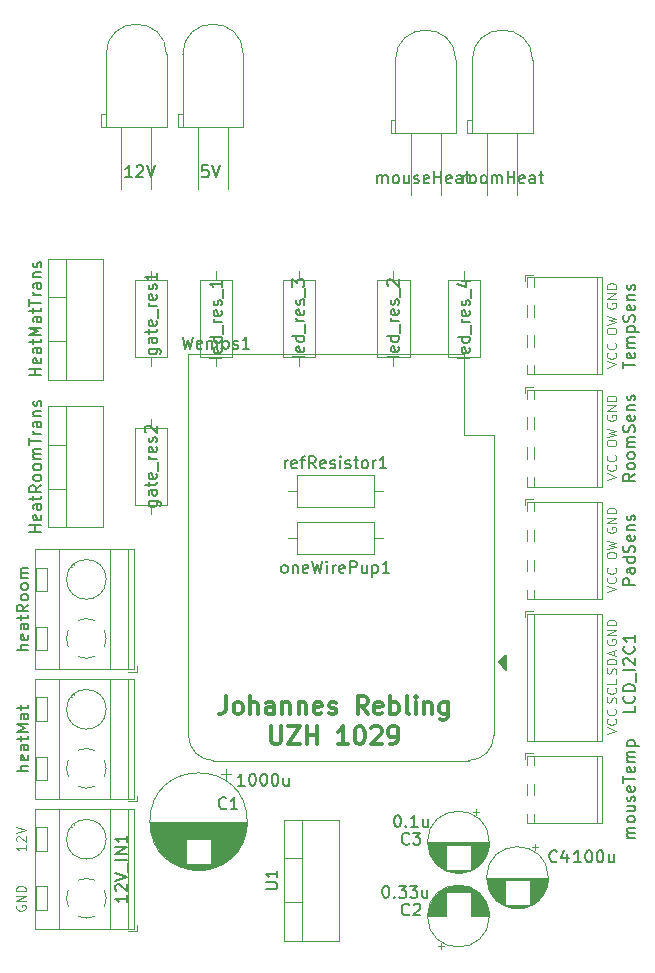
<source format=gto>
G04 #@! TF.GenerationSoftware,KiCad,Pcbnew,(5.1.4)-1*
G04 #@! TF.CreationDate,2019-09-16T08:25:28+02:00*
G04 #@! TF.ProjectId,virtual_clues,76697274-7561-46c5-9f63-6c7565732e6b,rev?*
G04 #@! TF.SameCoordinates,Original*
G04 #@! TF.FileFunction,Legend,Top*
G04 #@! TF.FilePolarity,Positive*
%FSLAX46Y46*%
G04 Gerber Fmt 4.6, Leading zero omitted, Abs format (unit mm)*
G04 Created by KiCad (PCBNEW (5.1.4)-1) date 2019-09-16 08:25:28*
%MOMM*%
%LPD*%
G04 APERTURE LIST*
%ADD10C,0.300000*%
%ADD11C,0.100000*%
%ADD12C,0.120000*%
%ADD13C,0.150000*%
G04 APERTURE END LIST*
D10*
X90321428Y-84403571D02*
X90321428Y-85475000D01*
X90250000Y-85689285D01*
X90107142Y-85832142D01*
X89892857Y-85903571D01*
X89750000Y-85903571D01*
X91250000Y-85903571D02*
X91107142Y-85832142D01*
X91035714Y-85760714D01*
X90964285Y-85617857D01*
X90964285Y-85189285D01*
X91035714Y-85046428D01*
X91107142Y-84975000D01*
X91250000Y-84903571D01*
X91464285Y-84903571D01*
X91607142Y-84975000D01*
X91678571Y-85046428D01*
X91750000Y-85189285D01*
X91750000Y-85617857D01*
X91678571Y-85760714D01*
X91607142Y-85832142D01*
X91464285Y-85903571D01*
X91250000Y-85903571D01*
X92392857Y-85903571D02*
X92392857Y-84403571D01*
X93035714Y-85903571D02*
X93035714Y-85117857D01*
X92964285Y-84975000D01*
X92821428Y-84903571D01*
X92607142Y-84903571D01*
X92464285Y-84975000D01*
X92392857Y-85046428D01*
X94392857Y-85903571D02*
X94392857Y-85117857D01*
X94321428Y-84975000D01*
X94178571Y-84903571D01*
X93892857Y-84903571D01*
X93750000Y-84975000D01*
X94392857Y-85832142D02*
X94250000Y-85903571D01*
X93892857Y-85903571D01*
X93750000Y-85832142D01*
X93678571Y-85689285D01*
X93678571Y-85546428D01*
X93750000Y-85403571D01*
X93892857Y-85332142D01*
X94250000Y-85332142D01*
X94392857Y-85260714D01*
X95107142Y-84903571D02*
X95107142Y-85903571D01*
X95107142Y-85046428D02*
X95178571Y-84975000D01*
X95321428Y-84903571D01*
X95535714Y-84903571D01*
X95678571Y-84975000D01*
X95750000Y-85117857D01*
X95750000Y-85903571D01*
X96464285Y-84903571D02*
X96464285Y-85903571D01*
X96464285Y-85046428D02*
X96535714Y-84975000D01*
X96678571Y-84903571D01*
X96892857Y-84903571D01*
X97035714Y-84975000D01*
X97107142Y-85117857D01*
X97107142Y-85903571D01*
X98392857Y-85832142D02*
X98250000Y-85903571D01*
X97964285Y-85903571D01*
X97821428Y-85832142D01*
X97750000Y-85689285D01*
X97750000Y-85117857D01*
X97821428Y-84975000D01*
X97964285Y-84903571D01*
X98250000Y-84903571D01*
X98392857Y-84975000D01*
X98464285Y-85117857D01*
X98464285Y-85260714D01*
X97750000Y-85403571D01*
X99035714Y-85832142D02*
X99178571Y-85903571D01*
X99464285Y-85903571D01*
X99607142Y-85832142D01*
X99678571Y-85689285D01*
X99678571Y-85617857D01*
X99607142Y-85475000D01*
X99464285Y-85403571D01*
X99250000Y-85403571D01*
X99107142Y-85332142D01*
X99035714Y-85189285D01*
X99035714Y-85117857D01*
X99107142Y-84975000D01*
X99250000Y-84903571D01*
X99464285Y-84903571D01*
X99607142Y-84975000D01*
X102321428Y-85903571D02*
X101821428Y-85189285D01*
X101464285Y-85903571D02*
X101464285Y-84403571D01*
X102035714Y-84403571D01*
X102178571Y-84475000D01*
X102250000Y-84546428D01*
X102321428Y-84689285D01*
X102321428Y-84903571D01*
X102250000Y-85046428D01*
X102178571Y-85117857D01*
X102035714Y-85189285D01*
X101464285Y-85189285D01*
X103535714Y-85832142D02*
X103392857Y-85903571D01*
X103107142Y-85903571D01*
X102964285Y-85832142D01*
X102892857Y-85689285D01*
X102892857Y-85117857D01*
X102964285Y-84975000D01*
X103107142Y-84903571D01*
X103392857Y-84903571D01*
X103535714Y-84975000D01*
X103607142Y-85117857D01*
X103607142Y-85260714D01*
X102892857Y-85403571D01*
X104250000Y-85903571D02*
X104250000Y-84403571D01*
X104250000Y-84975000D02*
X104392857Y-84903571D01*
X104678571Y-84903571D01*
X104821428Y-84975000D01*
X104892857Y-85046428D01*
X104964285Y-85189285D01*
X104964285Y-85617857D01*
X104892857Y-85760714D01*
X104821428Y-85832142D01*
X104678571Y-85903571D01*
X104392857Y-85903571D01*
X104250000Y-85832142D01*
X105821428Y-85903571D02*
X105678571Y-85832142D01*
X105607142Y-85689285D01*
X105607142Y-84403571D01*
X106392857Y-85903571D02*
X106392857Y-84903571D01*
X106392857Y-84403571D02*
X106321428Y-84475000D01*
X106392857Y-84546428D01*
X106464285Y-84475000D01*
X106392857Y-84403571D01*
X106392857Y-84546428D01*
X107107142Y-84903571D02*
X107107142Y-85903571D01*
X107107142Y-85046428D02*
X107178571Y-84975000D01*
X107321428Y-84903571D01*
X107535714Y-84903571D01*
X107678571Y-84975000D01*
X107750000Y-85117857D01*
X107750000Y-85903571D01*
X109107142Y-84903571D02*
X109107142Y-86117857D01*
X109035714Y-86260714D01*
X108964285Y-86332142D01*
X108821428Y-86403571D01*
X108607142Y-86403571D01*
X108464285Y-86332142D01*
X109107142Y-85832142D02*
X108964285Y-85903571D01*
X108678571Y-85903571D01*
X108535714Y-85832142D01*
X108464285Y-85760714D01*
X108392857Y-85617857D01*
X108392857Y-85189285D01*
X108464285Y-85046428D01*
X108535714Y-84975000D01*
X108678571Y-84903571D01*
X108964285Y-84903571D01*
X109107142Y-84975000D01*
X94142857Y-86953571D02*
X94142857Y-88167857D01*
X94214285Y-88310714D01*
X94285714Y-88382142D01*
X94428571Y-88453571D01*
X94714285Y-88453571D01*
X94857142Y-88382142D01*
X94928571Y-88310714D01*
X95000000Y-88167857D01*
X95000000Y-86953571D01*
X95571428Y-86953571D02*
X96571428Y-86953571D01*
X95571428Y-88453571D01*
X96571428Y-88453571D01*
X97142857Y-88453571D02*
X97142857Y-86953571D01*
X97142857Y-87667857D02*
X98000000Y-87667857D01*
X98000000Y-88453571D02*
X98000000Y-86953571D01*
X100642857Y-88453571D02*
X99785714Y-88453571D01*
X100214285Y-88453571D02*
X100214285Y-86953571D01*
X100071428Y-87167857D01*
X99928571Y-87310714D01*
X99785714Y-87382142D01*
X101571428Y-86953571D02*
X101714285Y-86953571D01*
X101857142Y-87025000D01*
X101928571Y-87096428D01*
X102000000Y-87239285D01*
X102071428Y-87525000D01*
X102071428Y-87882142D01*
X102000000Y-88167857D01*
X101928571Y-88310714D01*
X101857142Y-88382142D01*
X101714285Y-88453571D01*
X101571428Y-88453571D01*
X101428571Y-88382142D01*
X101357142Y-88310714D01*
X101285714Y-88167857D01*
X101214285Y-87882142D01*
X101214285Y-87525000D01*
X101285714Y-87239285D01*
X101357142Y-87096428D01*
X101428571Y-87025000D01*
X101571428Y-86953571D01*
X102642857Y-87096428D02*
X102714285Y-87025000D01*
X102857142Y-86953571D01*
X103214285Y-86953571D01*
X103357142Y-87025000D01*
X103428571Y-87096428D01*
X103500000Y-87239285D01*
X103500000Y-87382142D01*
X103428571Y-87596428D01*
X102571428Y-88453571D01*
X103500000Y-88453571D01*
X104214285Y-88453571D02*
X104500000Y-88453571D01*
X104642857Y-88382142D01*
X104714285Y-88310714D01*
X104857142Y-88096428D01*
X104928571Y-87810714D01*
X104928571Y-87239285D01*
X104857142Y-87096428D01*
X104785714Y-87025000D01*
X104642857Y-86953571D01*
X104357142Y-86953571D01*
X104214285Y-87025000D01*
X104142857Y-87096428D01*
X104071428Y-87239285D01*
X104071428Y-87596428D01*
X104142857Y-87739285D01*
X104214285Y-87810714D01*
X104357142Y-87882142D01*
X104642857Y-87882142D01*
X104785714Y-87810714D01*
X104857142Y-87739285D01*
X104928571Y-87596428D01*
D11*
X73361904Y-96995238D02*
X73361904Y-97452380D01*
X73361904Y-97223809D02*
X72561904Y-97223809D01*
X72676190Y-97300000D01*
X72752380Y-97376190D01*
X72790476Y-97452380D01*
X72638095Y-96690476D02*
X72600000Y-96652380D01*
X72561904Y-96576190D01*
X72561904Y-96385714D01*
X72600000Y-96309523D01*
X72638095Y-96271428D01*
X72714285Y-96233333D01*
X72790476Y-96233333D01*
X72904761Y-96271428D01*
X73361904Y-96728571D01*
X73361904Y-96233333D01*
X72561904Y-96004761D02*
X73361904Y-95738095D01*
X72561904Y-95471428D01*
X72600000Y-102109523D02*
X72561904Y-102185714D01*
X72561904Y-102300000D01*
X72600000Y-102414285D01*
X72676190Y-102490476D01*
X72752380Y-102528571D01*
X72904761Y-102566666D01*
X73019047Y-102566666D01*
X73171428Y-102528571D01*
X73247619Y-102490476D01*
X73323809Y-102414285D01*
X73361904Y-102300000D01*
X73361904Y-102223809D01*
X73323809Y-102109523D01*
X73285714Y-102071428D01*
X73019047Y-102071428D01*
X73019047Y-102223809D01*
X73361904Y-101728571D02*
X72561904Y-101728571D01*
X73361904Y-101271428D01*
X72561904Y-101271428D01*
X73361904Y-100890476D02*
X72561904Y-100890476D01*
X72561904Y-100700000D01*
X72600000Y-100585714D01*
X72676190Y-100509523D01*
X72752380Y-100471428D01*
X72904761Y-100433333D01*
X73019047Y-100433333D01*
X73171428Y-100471428D01*
X73247619Y-100509523D01*
X73323809Y-100585714D01*
X73361904Y-100700000D01*
X73361904Y-100890476D01*
X122561904Y-72533333D02*
X122561904Y-72380952D01*
X122600000Y-72304761D01*
X122676190Y-72228571D01*
X122828571Y-72190476D01*
X123095238Y-72190476D01*
X123247619Y-72228571D01*
X123323809Y-72304761D01*
X123361904Y-72380952D01*
X123361904Y-72533333D01*
X123323809Y-72609523D01*
X123247619Y-72685714D01*
X123095238Y-72723809D01*
X122828571Y-72723809D01*
X122676190Y-72685714D01*
X122600000Y-72609523D01*
X122561904Y-72533333D01*
X122561904Y-71923809D02*
X123361904Y-71733333D01*
X122790476Y-71580952D01*
X123361904Y-71428571D01*
X122561904Y-71238095D01*
X122561904Y-63033333D02*
X122561904Y-62880952D01*
X122600000Y-62804761D01*
X122676190Y-62728571D01*
X122828571Y-62690476D01*
X123095238Y-62690476D01*
X123247619Y-62728571D01*
X123323809Y-62804761D01*
X123361904Y-62880952D01*
X123361904Y-63033333D01*
X123323809Y-63109523D01*
X123247619Y-63185714D01*
X123095238Y-63223809D01*
X122828571Y-63223809D01*
X122676190Y-63185714D01*
X122600000Y-63109523D01*
X122561904Y-63033333D01*
X122561904Y-62423809D02*
X123361904Y-62233333D01*
X122790476Y-62080952D01*
X123361904Y-61928571D01*
X122561904Y-61738095D01*
X122561904Y-53533333D02*
X122561904Y-53380952D01*
X122600000Y-53304761D01*
X122676190Y-53228571D01*
X122828571Y-53190476D01*
X123095238Y-53190476D01*
X123247619Y-53228571D01*
X123323809Y-53304761D01*
X123361904Y-53380952D01*
X123361904Y-53533333D01*
X123323809Y-53609523D01*
X123247619Y-53685714D01*
X123095238Y-53723809D01*
X122828571Y-53723809D01*
X122676190Y-53685714D01*
X122600000Y-53609523D01*
X122561904Y-53533333D01*
X122561904Y-52923809D02*
X123361904Y-52733333D01*
X122790476Y-52580952D01*
X123361904Y-52428571D01*
X122561904Y-52238095D01*
X122561904Y-56566666D02*
X123361904Y-56300000D01*
X122561904Y-56033333D01*
X123285714Y-55309523D02*
X123323809Y-55347619D01*
X123361904Y-55461904D01*
X123361904Y-55538095D01*
X123323809Y-55652380D01*
X123247619Y-55728571D01*
X123171428Y-55766666D01*
X123019047Y-55804761D01*
X122904761Y-55804761D01*
X122752380Y-55766666D01*
X122676190Y-55728571D01*
X122600000Y-55652380D01*
X122561904Y-55538095D01*
X122561904Y-55461904D01*
X122600000Y-55347619D01*
X122638095Y-55309523D01*
X123285714Y-54509523D02*
X123323809Y-54547619D01*
X123361904Y-54661904D01*
X123361904Y-54738095D01*
X123323809Y-54852380D01*
X123247619Y-54928571D01*
X123171428Y-54966666D01*
X123019047Y-55004761D01*
X122904761Y-55004761D01*
X122752380Y-54966666D01*
X122676190Y-54928571D01*
X122600000Y-54852380D01*
X122561904Y-54738095D01*
X122561904Y-54661904D01*
X122600000Y-54547619D01*
X122638095Y-54509523D01*
X122561904Y-66066666D02*
X123361904Y-65800000D01*
X122561904Y-65533333D01*
X123285714Y-64809523D02*
X123323809Y-64847619D01*
X123361904Y-64961904D01*
X123361904Y-65038095D01*
X123323809Y-65152380D01*
X123247619Y-65228571D01*
X123171428Y-65266666D01*
X123019047Y-65304761D01*
X122904761Y-65304761D01*
X122752380Y-65266666D01*
X122676190Y-65228571D01*
X122600000Y-65152380D01*
X122561904Y-65038095D01*
X122561904Y-64961904D01*
X122600000Y-64847619D01*
X122638095Y-64809523D01*
X123285714Y-64009523D02*
X123323809Y-64047619D01*
X123361904Y-64161904D01*
X123361904Y-64238095D01*
X123323809Y-64352380D01*
X123247619Y-64428571D01*
X123171428Y-64466666D01*
X123019047Y-64504761D01*
X122904761Y-64504761D01*
X122752380Y-64466666D01*
X122676190Y-64428571D01*
X122600000Y-64352380D01*
X122561904Y-64238095D01*
X122561904Y-64161904D01*
X122600000Y-64047619D01*
X122638095Y-64009523D01*
X122561904Y-75566666D02*
X123361904Y-75300000D01*
X122561904Y-75033333D01*
X123285714Y-74309523D02*
X123323809Y-74347619D01*
X123361904Y-74461904D01*
X123361904Y-74538095D01*
X123323809Y-74652380D01*
X123247619Y-74728571D01*
X123171428Y-74766666D01*
X123019047Y-74804761D01*
X122904761Y-74804761D01*
X122752380Y-74766666D01*
X122676190Y-74728571D01*
X122600000Y-74652380D01*
X122561904Y-74538095D01*
X122561904Y-74461904D01*
X122600000Y-74347619D01*
X122638095Y-74309523D01*
X123285714Y-73509523D02*
X123323809Y-73547619D01*
X123361904Y-73661904D01*
X123361904Y-73738095D01*
X123323809Y-73852380D01*
X123247619Y-73928571D01*
X123171428Y-73966666D01*
X123019047Y-74004761D01*
X122904761Y-74004761D01*
X122752380Y-73966666D01*
X122676190Y-73928571D01*
X122600000Y-73852380D01*
X122561904Y-73738095D01*
X122561904Y-73661904D01*
X122600000Y-73547619D01*
X122638095Y-73509523D01*
X122600000Y-51109523D02*
X122561904Y-51185714D01*
X122561904Y-51300000D01*
X122600000Y-51414285D01*
X122676190Y-51490476D01*
X122752380Y-51528571D01*
X122904761Y-51566666D01*
X123019047Y-51566666D01*
X123171428Y-51528571D01*
X123247619Y-51490476D01*
X123323809Y-51414285D01*
X123361904Y-51300000D01*
X123361904Y-51223809D01*
X123323809Y-51109523D01*
X123285714Y-51071428D01*
X123019047Y-51071428D01*
X123019047Y-51223809D01*
X123361904Y-50728571D02*
X122561904Y-50728571D01*
X123361904Y-50271428D01*
X122561904Y-50271428D01*
X123361904Y-49890476D02*
X122561904Y-49890476D01*
X122561904Y-49700000D01*
X122600000Y-49585714D01*
X122676190Y-49509523D01*
X122752380Y-49471428D01*
X122904761Y-49433333D01*
X123019047Y-49433333D01*
X123171428Y-49471428D01*
X123247619Y-49509523D01*
X123323809Y-49585714D01*
X123361904Y-49700000D01*
X123361904Y-49890476D01*
X122600000Y-60609523D02*
X122561904Y-60685714D01*
X122561904Y-60800000D01*
X122600000Y-60914285D01*
X122676190Y-60990476D01*
X122752380Y-61028571D01*
X122904761Y-61066666D01*
X123019047Y-61066666D01*
X123171428Y-61028571D01*
X123247619Y-60990476D01*
X123323809Y-60914285D01*
X123361904Y-60800000D01*
X123361904Y-60723809D01*
X123323809Y-60609523D01*
X123285714Y-60571428D01*
X123019047Y-60571428D01*
X123019047Y-60723809D01*
X123361904Y-60228571D02*
X122561904Y-60228571D01*
X123361904Y-59771428D01*
X122561904Y-59771428D01*
X123361904Y-59390476D02*
X122561904Y-59390476D01*
X122561904Y-59200000D01*
X122600000Y-59085714D01*
X122676190Y-59009523D01*
X122752380Y-58971428D01*
X122904761Y-58933333D01*
X123019047Y-58933333D01*
X123171428Y-58971428D01*
X123247619Y-59009523D01*
X123323809Y-59085714D01*
X123361904Y-59200000D01*
X123361904Y-59390476D01*
X122600000Y-70109523D02*
X122561904Y-70185714D01*
X122561904Y-70300000D01*
X122600000Y-70414285D01*
X122676190Y-70490476D01*
X122752380Y-70528571D01*
X122904761Y-70566666D01*
X123019047Y-70566666D01*
X123171428Y-70528571D01*
X123247619Y-70490476D01*
X123323809Y-70414285D01*
X123361904Y-70300000D01*
X123361904Y-70223809D01*
X123323809Y-70109523D01*
X123285714Y-70071428D01*
X123019047Y-70071428D01*
X123019047Y-70223809D01*
X123361904Y-69728571D02*
X122561904Y-69728571D01*
X123361904Y-69271428D01*
X122561904Y-69271428D01*
X123361904Y-68890476D02*
X122561904Y-68890476D01*
X122561904Y-68700000D01*
X122600000Y-68585714D01*
X122676190Y-68509523D01*
X122752380Y-68471428D01*
X122904761Y-68433333D01*
X123019047Y-68433333D01*
X123171428Y-68471428D01*
X123247619Y-68509523D01*
X123323809Y-68585714D01*
X123361904Y-68700000D01*
X123361904Y-68890476D01*
X122561904Y-87566666D02*
X123361904Y-87300000D01*
X122561904Y-87033333D01*
X123285714Y-86309523D02*
X123323809Y-86347619D01*
X123361904Y-86461904D01*
X123361904Y-86538095D01*
X123323809Y-86652380D01*
X123247619Y-86728571D01*
X123171428Y-86766666D01*
X123019047Y-86804761D01*
X122904761Y-86804761D01*
X122752380Y-86766666D01*
X122676190Y-86728571D01*
X122600000Y-86652380D01*
X122561904Y-86538095D01*
X122561904Y-86461904D01*
X122600000Y-86347619D01*
X122638095Y-86309523D01*
X123285714Y-85509523D02*
X123323809Y-85547619D01*
X123361904Y-85661904D01*
X123361904Y-85738095D01*
X123323809Y-85852380D01*
X123247619Y-85928571D01*
X123171428Y-85966666D01*
X123019047Y-86004761D01*
X122904761Y-86004761D01*
X122752380Y-85966666D01*
X122676190Y-85928571D01*
X122600000Y-85852380D01*
X122561904Y-85738095D01*
X122561904Y-85661904D01*
X122600000Y-85547619D01*
X122638095Y-85509523D01*
X122600000Y-79609523D02*
X122561904Y-79685714D01*
X122561904Y-79800000D01*
X122600000Y-79914285D01*
X122676190Y-79990476D01*
X122752380Y-80028571D01*
X122904761Y-80066666D01*
X123019047Y-80066666D01*
X123171428Y-80028571D01*
X123247619Y-79990476D01*
X123323809Y-79914285D01*
X123361904Y-79800000D01*
X123361904Y-79723809D01*
X123323809Y-79609523D01*
X123285714Y-79571428D01*
X123019047Y-79571428D01*
X123019047Y-79723809D01*
X123361904Y-79228571D02*
X122561904Y-79228571D01*
X123361904Y-78771428D01*
X122561904Y-78771428D01*
X123361904Y-78390476D02*
X122561904Y-78390476D01*
X122561904Y-78200000D01*
X122600000Y-78085714D01*
X122676190Y-78009523D01*
X122752380Y-77971428D01*
X122904761Y-77933333D01*
X123019047Y-77933333D01*
X123171428Y-77971428D01*
X123247619Y-78009523D01*
X123323809Y-78085714D01*
X123361904Y-78200000D01*
X123361904Y-78390476D01*
X123323809Y-82471428D02*
X123361904Y-82357142D01*
X123361904Y-82166666D01*
X123323809Y-82090476D01*
X123285714Y-82052380D01*
X123209523Y-82014285D01*
X123133333Y-82014285D01*
X123057142Y-82052380D01*
X123019047Y-82090476D01*
X122980952Y-82166666D01*
X122942857Y-82319047D01*
X122904761Y-82395238D01*
X122866666Y-82433333D01*
X122790476Y-82471428D01*
X122714285Y-82471428D01*
X122638095Y-82433333D01*
X122600000Y-82395238D01*
X122561904Y-82319047D01*
X122561904Y-82128571D01*
X122600000Y-82014285D01*
X123361904Y-81671428D02*
X122561904Y-81671428D01*
X122561904Y-81480952D01*
X122600000Y-81366666D01*
X122676190Y-81290476D01*
X122752380Y-81252380D01*
X122904761Y-81214285D01*
X123019047Y-81214285D01*
X123171428Y-81252380D01*
X123247619Y-81290476D01*
X123323809Y-81366666D01*
X123361904Y-81480952D01*
X123361904Y-81671428D01*
X123133333Y-80909523D02*
X123133333Y-80528571D01*
X123361904Y-80985714D02*
X122561904Y-80719047D01*
X123361904Y-80452380D01*
X123323809Y-84952380D02*
X123361904Y-84838095D01*
X123361904Y-84647619D01*
X123323809Y-84571428D01*
X123285714Y-84533333D01*
X123209523Y-84495238D01*
X123133333Y-84495238D01*
X123057142Y-84533333D01*
X123019047Y-84571428D01*
X122980952Y-84647619D01*
X122942857Y-84800000D01*
X122904761Y-84876190D01*
X122866666Y-84914285D01*
X122790476Y-84952380D01*
X122714285Y-84952380D01*
X122638095Y-84914285D01*
X122600000Y-84876190D01*
X122561904Y-84800000D01*
X122561904Y-84609523D01*
X122600000Y-84495238D01*
X123285714Y-83695238D02*
X123323809Y-83733333D01*
X123361904Y-83847619D01*
X123361904Y-83923809D01*
X123323809Y-84038095D01*
X123247619Y-84114285D01*
X123171428Y-84152380D01*
X123019047Y-84190476D01*
X122904761Y-84190476D01*
X122752380Y-84152380D01*
X122676190Y-84114285D01*
X122600000Y-84038095D01*
X122561904Y-83923809D01*
X122561904Y-83847619D01*
X122600000Y-83733333D01*
X122638095Y-83695238D01*
X123361904Y-82971428D02*
X123361904Y-83352380D01*
X122561904Y-83352380D01*
D12*
X110460000Y-55380000D02*
X87140000Y-55380000D01*
X113000000Y-62280000D02*
X113000000Y-87710000D01*
X87140000Y-55380000D02*
X87140000Y-87710000D01*
X89260000Y-89840000D02*
X110870000Y-89840000D01*
D13*
G36*
X114040000Y-82135000D02*
G01*
X114040000Y-80865000D01*
X113405000Y-81500000D01*
X114040000Y-82135000D01*
G37*
X114040000Y-82135000D02*
X114040000Y-80865000D01*
X113405000Y-81500000D01*
X114040000Y-82135000D01*
D12*
X113000000Y-62280000D02*
X110460000Y-62280000D01*
X110460000Y-62280000D02*
X110460000Y-55380000D01*
X113000000Y-87710000D02*
G75*
G02X110870000Y-89840000I-2130000J0D01*
G01*
X89270000Y-89840000D02*
G75*
G02X87140000Y-87710000I0J2130000D01*
G01*
X90715000Y-90990302D02*
X89915000Y-90990302D01*
X90315000Y-90590302D02*
X90315000Y-91390302D01*
X88533000Y-99081000D02*
X87467000Y-99081000D01*
X88768000Y-99041000D02*
X87232000Y-99041000D01*
X88948000Y-99001000D02*
X87052000Y-99001000D01*
X89098000Y-98961000D02*
X86902000Y-98961000D01*
X89229000Y-98921000D02*
X86771000Y-98921000D01*
X89346000Y-98881000D02*
X86654000Y-98881000D01*
X89453000Y-98841000D02*
X86547000Y-98841000D01*
X89552000Y-98801000D02*
X86448000Y-98801000D01*
X89645000Y-98761000D02*
X86355000Y-98761000D01*
X89731000Y-98721000D02*
X86269000Y-98721000D01*
X89813000Y-98681000D02*
X86187000Y-98681000D01*
X89890000Y-98641000D02*
X86110000Y-98641000D01*
X89964000Y-98601000D02*
X86036000Y-98601000D01*
X90034000Y-98561000D02*
X85966000Y-98561000D01*
X86960000Y-98521000D02*
X85898000Y-98521000D01*
X90102000Y-98521000D02*
X89040000Y-98521000D01*
X86960000Y-98481000D02*
X85834000Y-98481000D01*
X90166000Y-98481000D02*
X89040000Y-98481000D01*
X86960000Y-98441000D02*
X85772000Y-98441000D01*
X90228000Y-98441000D02*
X89040000Y-98441000D01*
X86960000Y-98401000D02*
X85713000Y-98401000D01*
X90287000Y-98401000D02*
X89040000Y-98401000D01*
X86960000Y-98361000D02*
X85655000Y-98361000D01*
X90345000Y-98361000D02*
X89040000Y-98361000D01*
X86960000Y-98321000D02*
X85600000Y-98321000D01*
X90400000Y-98321000D02*
X89040000Y-98321000D01*
X86960000Y-98281000D02*
X85546000Y-98281000D01*
X90454000Y-98281000D02*
X89040000Y-98281000D01*
X86960000Y-98241000D02*
X85495000Y-98241000D01*
X90505000Y-98241000D02*
X89040000Y-98241000D01*
X86960000Y-98201000D02*
X85444000Y-98201000D01*
X90556000Y-98201000D02*
X89040000Y-98201000D01*
X86960000Y-98161000D02*
X85396000Y-98161000D01*
X90604000Y-98161000D02*
X89040000Y-98161000D01*
X86960000Y-98121000D02*
X85349000Y-98121000D01*
X90651000Y-98121000D02*
X89040000Y-98121000D01*
X86960000Y-98081000D02*
X85303000Y-98081000D01*
X90697000Y-98081000D02*
X89040000Y-98081000D01*
X86960000Y-98041000D02*
X85259000Y-98041000D01*
X90741000Y-98041000D02*
X89040000Y-98041000D01*
X86960000Y-98001000D02*
X85216000Y-98001000D01*
X90784000Y-98001000D02*
X89040000Y-98001000D01*
X86960000Y-97961000D02*
X85174000Y-97961000D01*
X90826000Y-97961000D02*
X89040000Y-97961000D01*
X86960000Y-97921000D02*
X85133000Y-97921000D01*
X90867000Y-97921000D02*
X89040000Y-97921000D01*
X86960000Y-97881000D02*
X85093000Y-97881000D01*
X90907000Y-97881000D02*
X89040000Y-97881000D01*
X86960000Y-97841000D02*
X85055000Y-97841000D01*
X90945000Y-97841000D02*
X89040000Y-97841000D01*
X86960000Y-97801000D02*
X85017000Y-97801000D01*
X90983000Y-97801000D02*
X89040000Y-97801000D01*
X86960000Y-97761000D02*
X84981000Y-97761000D01*
X91019000Y-97761000D02*
X89040000Y-97761000D01*
X86960000Y-97721000D02*
X84945000Y-97721000D01*
X91055000Y-97721000D02*
X89040000Y-97721000D01*
X86960000Y-97681000D02*
X84910000Y-97681000D01*
X91090000Y-97681000D02*
X89040000Y-97681000D01*
X86960000Y-97641000D02*
X84876000Y-97641000D01*
X91124000Y-97641000D02*
X89040000Y-97641000D01*
X86960000Y-97601000D02*
X84844000Y-97601000D01*
X91156000Y-97601000D02*
X89040000Y-97601000D01*
X86960000Y-97561000D02*
X84811000Y-97561000D01*
X91189000Y-97561000D02*
X89040000Y-97561000D01*
X86960000Y-97521000D02*
X84780000Y-97521000D01*
X91220000Y-97521000D02*
X89040000Y-97521000D01*
X86960000Y-97481000D02*
X84750000Y-97481000D01*
X91250000Y-97481000D02*
X89040000Y-97481000D01*
X86960000Y-97441000D02*
X84720000Y-97441000D01*
X91280000Y-97441000D02*
X89040000Y-97441000D01*
X86960000Y-97401000D02*
X84691000Y-97401000D01*
X91309000Y-97401000D02*
X89040000Y-97401000D01*
X86960000Y-97361000D02*
X84662000Y-97361000D01*
X91338000Y-97361000D02*
X89040000Y-97361000D01*
X86960000Y-97321000D02*
X84635000Y-97321000D01*
X91365000Y-97321000D02*
X89040000Y-97321000D01*
X86960000Y-97281000D02*
X84608000Y-97281000D01*
X91392000Y-97281000D02*
X89040000Y-97281000D01*
X86960000Y-97241000D02*
X84582000Y-97241000D01*
X91418000Y-97241000D02*
X89040000Y-97241000D01*
X86960000Y-97201000D02*
X84556000Y-97201000D01*
X91444000Y-97201000D02*
X89040000Y-97201000D01*
X86960000Y-97161000D02*
X84531000Y-97161000D01*
X91469000Y-97161000D02*
X89040000Y-97161000D01*
X86960000Y-97121000D02*
X84507000Y-97121000D01*
X91493000Y-97121000D02*
X89040000Y-97121000D01*
X86960000Y-97081000D02*
X84483000Y-97081000D01*
X91517000Y-97081000D02*
X89040000Y-97081000D01*
X86960000Y-97041000D02*
X84460000Y-97041000D01*
X91540000Y-97041000D02*
X89040000Y-97041000D01*
X86960000Y-97001000D02*
X84438000Y-97001000D01*
X91562000Y-97001000D02*
X89040000Y-97001000D01*
X86960000Y-96961000D02*
X84416000Y-96961000D01*
X91584000Y-96961000D02*
X89040000Y-96961000D01*
X86960000Y-96921000D02*
X84394000Y-96921000D01*
X91606000Y-96921000D02*
X89040000Y-96921000D01*
X86960000Y-96881000D02*
X84373000Y-96881000D01*
X91627000Y-96881000D02*
X89040000Y-96881000D01*
X86960000Y-96841000D02*
X84353000Y-96841000D01*
X91647000Y-96841000D02*
X89040000Y-96841000D01*
X86960000Y-96801000D02*
X84334000Y-96801000D01*
X91666000Y-96801000D02*
X89040000Y-96801000D01*
X86960000Y-96761000D02*
X84314000Y-96761000D01*
X91686000Y-96761000D02*
X89040000Y-96761000D01*
X86960000Y-96721000D02*
X84296000Y-96721000D01*
X91704000Y-96721000D02*
X89040000Y-96721000D01*
X86960000Y-96681000D02*
X84278000Y-96681000D01*
X91722000Y-96681000D02*
X89040000Y-96681000D01*
X86960000Y-96641000D02*
X84260000Y-96641000D01*
X91740000Y-96641000D02*
X89040000Y-96641000D01*
X86960000Y-96601000D02*
X84243000Y-96601000D01*
X91757000Y-96601000D02*
X89040000Y-96601000D01*
X86960000Y-96561000D02*
X84226000Y-96561000D01*
X91774000Y-96561000D02*
X89040000Y-96561000D01*
X86960000Y-96521000D02*
X84210000Y-96521000D01*
X91790000Y-96521000D02*
X89040000Y-96521000D01*
X86960000Y-96481000D02*
X84195000Y-96481000D01*
X91805000Y-96481000D02*
X89040000Y-96481000D01*
X91821000Y-96441000D02*
X84179000Y-96441000D01*
X91835000Y-96401000D02*
X84165000Y-96401000D01*
X91850000Y-96361000D02*
X84150000Y-96361000D01*
X91863000Y-96321000D02*
X84137000Y-96321000D01*
X91877000Y-96281000D02*
X84123000Y-96281000D01*
X91889000Y-96241000D02*
X84111000Y-96241000D01*
X91902000Y-96201000D02*
X84098000Y-96201000D01*
X91914000Y-96161000D02*
X84086000Y-96161000D01*
X91925000Y-96121000D02*
X84075000Y-96121000D01*
X91936000Y-96081000D02*
X84064000Y-96081000D01*
X91947000Y-96041000D02*
X84053000Y-96041000D01*
X91957000Y-96001000D02*
X84043000Y-96001000D01*
X91967000Y-95961000D02*
X84033000Y-95961000D01*
X91976000Y-95921000D02*
X84024000Y-95921000D01*
X91985000Y-95881000D02*
X84015000Y-95881000D01*
X91994000Y-95841000D02*
X84006000Y-95841000D01*
X92002000Y-95801000D02*
X83998000Y-95801000D01*
X92010000Y-95761000D02*
X83990000Y-95761000D01*
X92017000Y-95721000D02*
X83983000Y-95721000D01*
X92024000Y-95680000D02*
X83976000Y-95680000D01*
X92030000Y-95640000D02*
X83970000Y-95640000D01*
X92037000Y-95600000D02*
X83963000Y-95600000D01*
X92042000Y-95560000D02*
X83958000Y-95560000D01*
X92048000Y-95520000D02*
X83952000Y-95520000D01*
X92052000Y-95480000D02*
X83948000Y-95480000D01*
X92057000Y-95440000D02*
X83943000Y-95440000D01*
X92061000Y-95400000D02*
X83939000Y-95400000D01*
X92065000Y-95360000D02*
X83935000Y-95360000D01*
X92068000Y-95320000D02*
X83932000Y-95320000D01*
X92071000Y-95280000D02*
X83929000Y-95280000D01*
X92074000Y-95240000D02*
X83926000Y-95240000D01*
X92076000Y-95200000D02*
X83924000Y-95200000D01*
X92077000Y-95160000D02*
X83923000Y-95160000D01*
X92079000Y-95120000D02*
X83921000Y-95120000D01*
X92080000Y-95080000D02*
X83920000Y-95080000D01*
X92080000Y-95040000D02*
X83920000Y-95040000D01*
X92080000Y-95000000D02*
X83920000Y-95000000D01*
X92120000Y-95000000D02*
G75*
G03X92120000Y-95000000I-4120000J0D01*
G01*
X116725000Y-97195225D02*
X116225000Y-97195225D01*
X116475000Y-96945225D02*
X116475000Y-97445225D01*
X115284000Y-102351000D02*
X114716000Y-102351000D01*
X115518000Y-102311000D02*
X114482000Y-102311000D01*
X115677000Y-102271000D02*
X114323000Y-102271000D01*
X115805000Y-102231000D02*
X114195000Y-102231000D01*
X115915000Y-102191000D02*
X114085000Y-102191000D01*
X116011000Y-102151000D02*
X113989000Y-102151000D01*
X116098000Y-102111000D02*
X113902000Y-102111000D01*
X116178000Y-102071000D02*
X113822000Y-102071000D01*
X113960000Y-102031000D02*
X113749000Y-102031000D01*
X116251000Y-102031000D02*
X116040000Y-102031000D01*
X113960000Y-101991000D02*
X113681000Y-101991000D01*
X116319000Y-101991000D02*
X116040000Y-101991000D01*
X113960000Y-101951000D02*
X113617000Y-101951000D01*
X116383000Y-101951000D02*
X116040000Y-101951000D01*
X113960000Y-101911000D02*
X113557000Y-101911000D01*
X116443000Y-101911000D02*
X116040000Y-101911000D01*
X113960000Y-101871000D02*
X113500000Y-101871000D01*
X116500000Y-101871000D02*
X116040000Y-101871000D01*
X113960000Y-101831000D02*
X113446000Y-101831000D01*
X116554000Y-101831000D02*
X116040000Y-101831000D01*
X113960000Y-101791000D02*
X113395000Y-101791000D01*
X116605000Y-101791000D02*
X116040000Y-101791000D01*
X113960000Y-101751000D02*
X113347000Y-101751000D01*
X116653000Y-101751000D02*
X116040000Y-101751000D01*
X113960000Y-101711000D02*
X113301000Y-101711000D01*
X116699000Y-101711000D02*
X116040000Y-101711000D01*
X113960000Y-101671000D02*
X113257000Y-101671000D01*
X116743000Y-101671000D02*
X116040000Y-101671000D01*
X113960000Y-101631000D02*
X113215000Y-101631000D01*
X116785000Y-101631000D02*
X116040000Y-101631000D01*
X113960000Y-101591000D02*
X113174000Y-101591000D01*
X116826000Y-101591000D02*
X116040000Y-101591000D01*
X113960000Y-101551000D02*
X113136000Y-101551000D01*
X116864000Y-101551000D02*
X116040000Y-101551000D01*
X113960000Y-101511000D02*
X113099000Y-101511000D01*
X116901000Y-101511000D02*
X116040000Y-101511000D01*
X113960000Y-101471000D02*
X113063000Y-101471000D01*
X116937000Y-101471000D02*
X116040000Y-101471000D01*
X113960000Y-101431000D02*
X113029000Y-101431000D01*
X116971000Y-101431000D02*
X116040000Y-101431000D01*
X113960000Y-101391000D02*
X112996000Y-101391000D01*
X117004000Y-101391000D02*
X116040000Y-101391000D01*
X113960000Y-101351000D02*
X112965000Y-101351000D01*
X117035000Y-101351000D02*
X116040000Y-101351000D01*
X113960000Y-101311000D02*
X112935000Y-101311000D01*
X117065000Y-101311000D02*
X116040000Y-101311000D01*
X113960000Y-101271000D02*
X112905000Y-101271000D01*
X117095000Y-101271000D02*
X116040000Y-101271000D01*
X113960000Y-101231000D02*
X112878000Y-101231000D01*
X117122000Y-101231000D02*
X116040000Y-101231000D01*
X113960000Y-101191000D02*
X112851000Y-101191000D01*
X117149000Y-101191000D02*
X116040000Y-101191000D01*
X113960000Y-101151000D02*
X112825000Y-101151000D01*
X117175000Y-101151000D02*
X116040000Y-101151000D01*
X113960000Y-101111000D02*
X112800000Y-101111000D01*
X117200000Y-101111000D02*
X116040000Y-101111000D01*
X113960000Y-101071000D02*
X112776000Y-101071000D01*
X117224000Y-101071000D02*
X116040000Y-101071000D01*
X113960000Y-101031000D02*
X112753000Y-101031000D01*
X117247000Y-101031000D02*
X116040000Y-101031000D01*
X113960000Y-100991000D02*
X112732000Y-100991000D01*
X117268000Y-100991000D02*
X116040000Y-100991000D01*
X113960000Y-100951000D02*
X112710000Y-100951000D01*
X117290000Y-100951000D02*
X116040000Y-100951000D01*
X113960000Y-100911000D02*
X112690000Y-100911000D01*
X117310000Y-100911000D02*
X116040000Y-100911000D01*
X113960000Y-100871000D02*
X112671000Y-100871000D01*
X117329000Y-100871000D02*
X116040000Y-100871000D01*
X113960000Y-100831000D02*
X112652000Y-100831000D01*
X117348000Y-100831000D02*
X116040000Y-100831000D01*
X113960000Y-100791000D02*
X112635000Y-100791000D01*
X117365000Y-100791000D02*
X116040000Y-100791000D01*
X113960000Y-100751000D02*
X112618000Y-100751000D01*
X117382000Y-100751000D02*
X116040000Y-100751000D01*
X113960000Y-100711000D02*
X112602000Y-100711000D01*
X117398000Y-100711000D02*
X116040000Y-100711000D01*
X113960000Y-100671000D02*
X112586000Y-100671000D01*
X117414000Y-100671000D02*
X116040000Y-100671000D01*
X113960000Y-100631000D02*
X112572000Y-100631000D01*
X117428000Y-100631000D02*
X116040000Y-100631000D01*
X113960000Y-100591000D02*
X112558000Y-100591000D01*
X117442000Y-100591000D02*
X116040000Y-100591000D01*
X113960000Y-100551000D02*
X112545000Y-100551000D01*
X117455000Y-100551000D02*
X116040000Y-100551000D01*
X113960000Y-100511000D02*
X112532000Y-100511000D01*
X117468000Y-100511000D02*
X116040000Y-100511000D01*
X113960000Y-100471000D02*
X112520000Y-100471000D01*
X117480000Y-100471000D02*
X116040000Y-100471000D01*
X113960000Y-100430000D02*
X112509000Y-100430000D01*
X117491000Y-100430000D02*
X116040000Y-100430000D01*
X113960000Y-100390000D02*
X112499000Y-100390000D01*
X117501000Y-100390000D02*
X116040000Y-100390000D01*
X113960000Y-100350000D02*
X112489000Y-100350000D01*
X117511000Y-100350000D02*
X116040000Y-100350000D01*
X113960000Y-100310000D02*
X112480000Y-100310000D01*
X117520000Y-100310000D02*
X116040000Y-100310000D01*
X113960000Y-100270000D02*
X112472000Y-100270000D01*
X117528000Y-100270000D02*
X116040000Y-100270000D01*
X113960000Y-100230000D02*
X112464000Y-100230000D01*
X117536000Y-100230000D02*
X116040000Y-100230000D01*
X113960000Y-100190000D02*
X112457000Y-100190000D01*
X117543000Y-100190000D02*
X116040000Y-100190000D01*
X113960000Y-100150000D02*
X112450000Y-100150000D01*
X117550000Y-100150000D02*
X116040000Y-100150000D01*
X113960000Y-100110000D02*
X112444000Y-100110000D01*
X117556000Y-100110000D02*
X116040000Y-100110000D01*
X113960000Y-100070000D02*
X112439000Y-100070000D01*
X117561000Y-100070000D02*
X116040000Y-100070000D01*
X113960000Y-100030000D02*
X112435000Y-100030000D01*
X117565000Y-100030000D02*
X116040000Y-100030000D01*
X113960000Y-99990000D02*
X112431000Y-99990000D01*
X117569000Y-99990000D02*
X116040000Y-99990000D01*
X117573000Y-99950000D02*
X112427000Y-99950000D01*
X117576000Y-99910000D02*
X112424000Y-99910000D01*
X117578000Y-99870000D02*
X112422000Y-99870000D01*
X117579000Y-99830000D02*
X112421000Y-99830000D01*
X117580000Y-99790000D02*
X112420000Y-99790000D01*
X117580000Y-99750000D02*
X112420000Y-99750000D01*
X117620000Y-99750000D02*
G75*
G03X117620000Y-99750000I-2620000J0D01*
G01*
X108275000Y-105554775D02*
X108775000Y-105554775D01*
X108525000Y-105804775D02*
X108525000Y-105304775D01*
X109716000Y-100399000D02*
X110284000Y-100399000D01*
X109482000Y-100439000D02*
X110518000Y-100439000D01*
X109323000Y-100479000D02*
X110677000Y-100479000D01*
X109195000Y-100519000D02*
X110805000Y-100519000D01*
X109085000Y-100559000D02*
X110915000Y-100559000D01*
X108989000Y-100599000D02*
X111011000Y-100599000D01*
X108902000Y-100639000D02*
X111098000Y-100639000D01*
X108822000Y-100679000D02*
X111178000Y-100679000D01*
X108749000Y-100719000D02*
X111251000Y-100719000D01*
X108681000Y-100759000D02*
X111319000Y-100759000D01*
X108617000Y-100799000D02*
X111383000Y-100799000D01*
X108557000Y-100839000D02*
X111443000Y-100839000D01*
X108500000Y-100879000D02*
X111500000Y-100879000D01*
X108446000Y-100919000D02*
X111554000Y-100919000D01*
X108395000Y-100959000D02*
X111605000Y-100959000D01*
X111040000Y-100999000D02*
X111653000Y-100999000D01*
X108347000Y-100999000D02*
X108960000Y-100999000D01*
X111040000Y-101039000D02*
X111699000Y-101039000D01*
X108301000Y-101039000D02*
X108960000Y-101039000D01*
X111040000Y-101079000D02*
X111743000Y-101079000D01*
X108257000Y-101079000D02*
X108960000Y-101079000D01*
X111040000Y-101119000D02*
X111785000Y-101119000D01*
X108215000Y-101119000D02*
X108960000Y-101119000D01*
X111040000Y-101159000D02*
X111826000Y-101159000D01*
X108174000Y-101159000D02*
X108960000Y-101159000D01*
X111040000Y-101199000D02*
X111864000Y-101199000D01*
X108136000Y-101199000D02*
X108960000Y-101199000D01*
X111040000Y-101239000D02*
X111901000Y-101239000D01*
X108099000Y-101239000D02*
X108960000Y-101239000D01*
X111040000Y-101279000D02*
X111937000Y-101279000D01*
X108063000Y-101279000D02*
X108960000Y-101279000D01*
X111040000Y-101319000D02*
X111971000Y-101319000D01*
X108029000Y-101319000D02*
X108960000Y-101319000D01*
X111040000Y-101359000D02*
X112004000Y-101359000D01*
X107996000Y-101359000D02*
X108960000Y-101359000D01*
X111040000Y-101399000D02*
X112035000Y-101399000D01*
X107965000Y-101399000D02*
X108960000Y-101399000D01*
X111040000Y-101439000D02*
X112065000Y-101439000D01*
X107935000Y-101439000D02*
X108960000Y-101439000D01*
X111040000Y-101479000D02*
X112095000Y-101479000D01*
X107905000Y-101479000D02*
X108960000Y-101479000D01*
X111040000Y-101519000D02*
X112122000Y-101519000D01*
X107878000Y-101519000D02*
X108960000Y-101519000D01*
X111040000Y-101559000D02*
X112149000Y-101559000D01*
X107851000Y-101559000D02*
X108960000Y-101559000D01*
X111040000Y-101599000D02*
X112175000Y-101599000D01*
X107825000Y-101599000D02*
X108960000Y-101599000D01*
X111040000Y-101639000D02*
X112200000Y-101639000D01*
X107800000Y-101639000D02*
X108960000Y-101639000D01*
X111040000Y-101679000D02*
X112224000Y-101679000D01*
X107776000Y-101679000D02*
X108960000Y-101679000D01*
X111040000Y-101719000D02*
X112247000Y-101719000D01*
X107753000Y-101719000D02*
X108960000Y-101719000D01*
X111040000Y-101759000D02*
X112268000Y-101759000D01*
X107732000Y-101759000D02*
X108960000Y-101759000D01*
X111040000Y-101799000D02*
X112290000Y-101799000D01*
X107710000Y-101799000D02*
X108960000Y-101799000D01*
X111040000Y-101839000D02*
X112310000Y-101839000D01*
X107690000Y-101839000D02*
X108960000Y-101839000D01*
X111040000Y-101879000D02*
X112329000Y-101879000D01*
X107671000Y-101879000D02*
X108960000Y-101879000D01*
X111040000Y-101919000D02*
X112348000Y-101919000D01*
X107652000Y-101919000D02*
X108960000Y-101919000D01*
X111040000Y-101959000D02*
X112365000Y-101959000D01*
X107635000Y-101959000D02*
X108960000Y-101959000D01*
X111040000Y-101999000D02*
X112382000Y-101999000D01*
X107618000Y-101999000D02*
X108960000Y-101999000D01*
X111040000Y-102039000D02*
X112398000Y-102039000D01*
X107602000Y-102039000D02*
X108960000Y-102039000D01*
X111040000Y-102079000D02*
X112414000Y-102079000D01*
X107586000Y-102079000D02*
X108960000Y-102079000D01*
X111040000Y-102119000D02*
X112428000Y-102119000D01*
X107572000Y-102119000D02*
X108960000Y-102119000D01*
X111040000Y-102159000D02*
X112442000Y-102159000D01*
X107558000Y-102159000D02*
X108960000Y-102159000D01*
X111040000Y-102199000D02*
X112455000Y-102199000D01*
X107545000Y-102199000D02*
X108960000Y-102199000D01*
X111040000Y-102239000D02*
X112468000Y-102239000D01*
X107532000Y-102239000D02*
X108960000Y-102239000D01*
X111040000Y-102279000D02*
X112480000Y-102279000D01*
X107520000Y-102279000D02*
X108960000Y-102279000D01*
X111040000Y-102320000D02*
X112491000Y-102320000D01*
X107509000Y-102320000D02*
X108960000Y-102320000D01*
X111040000Y-102360000D02*
X112501000Y-102360000D01*
X107499000Y-102360000D02*
X108960000Y-102360000D01*
X111040000Y-102400000D02*
X112511000Y-102400000D01*
X107489000Y-102400000D02*
X108960000Y-102400000D01*
X111040000Y-102440000D02*
X112520000Y-102440000D01*
X107480000Y-102440000D02*
X108960000Y-102440000D01*
X111040000Y-102480000D02*
X112528000Y-102480000D01*
X107472000Y-102480000D02*
X108960000Y-102480000D01*
X111040000Y-102520000D02*
X112536000Y-102520000D01*
X107464000Y-102520000D02*
X108960000Y-102520000D01*
X111040000Y-102560000D02*
X112543000Y-102560000D01*
X107457000Y-102560000D02*
X108960000Y-102560000D01*
X111040000Y-102600000D02*
X112550000Y-102600000D01*
X107450000Y-102600000D02*
X108960000Y-102600000D01*
X111040000Y-102640000D02*
X112556000Y-102640000D01*
X107444000Y-102640000D02*
X108960000Y-102640000D01*
X111040000Y-102680000D02*
X112561000Y-102680000D01*
X107439000Y-102680000D02*
X108960000Y-102680000D01*
X111040000Y-102720000D02*
X112565000Y-102720000D01*
X107435000Y-102720000D02*
X108960000Y-102720000D01*
X111040000Y-102760000D02*
X112569000Y-102760000D01*
X107431000Y-102760000D02*
X108960000Y-102760000D01*
X111040000Y-102800000D02*
X112573000Y-102800000D01*
X107427000Y-102800000D02*
X108960000Y-102800000D01*
X111040000Y-102840000D02*
X112576000Y-102840000D01*
X107424000Y-102840000D02*
X108960000Y-102840000D01*
X111040000Y-102880000D02*
X112578000Y-102880000D01*
X107422000Y-102880000D02*
X108960000Y-102880000D01*
X111040000Y-102920000D02*
X112579000Y-102920000D01*
X107421000Y-102920000D02*
X108960000Y-102920000D01*
X107420000Y-102960000D02*
X108960000Y-102960000D01*
X111040000Y-102960000D02*
X112580000Y-102960000D01*
X107420000Y-103000000D02*
X108960000Y-103000000D01*
X111040000Y-103000000D02*
X112580000Y-103000000D01*
X112620000Y-103000000D02*
G75*
G03X112620000Y-103000000I-2620000J0D01*
G01*
X111725000Y-94195225D02*
X111225000Y-94195225D01*
X111475000Y-93945225D02*
X111475000Y-94445225D01*
X110284000Y-99351000D02*
X109716000Y-99351000D01*
X110518000Y-99311000D02*
X109482000Y-99311000D01*
X110677000Y-99271000D02*
X109323000Y-99271000D01*
X110805000Y-99231000D02*
X109195000Y-99231000D01*
X110915000Y-99191000D02*
X109085000Y-99191000D01*
X111011000Y-99151000D02*
X108989000Y-99151000D01*
X111098000Y-99111000D02*
X108902000Y-99111000D01*
X111178000Y-99071000D02*
X108822000Y-99071000D01*
X108960000Y-99031000D02*
X108749000Y-99031000D01*
X111251000Y-99031000D02*
X111040000Y-99031000D01*
X108960000Y-98991000D02*
X108681000Y-98991000D01*
X111319000Y-98991000D02*
X111040000Y-98991000D01*
X108960000Y-98951000D02*
X108617000Y-98951000D01*
X111383000Y-98951000D02*
X111040000Y-98951000D01*
X108960000Y-98911000D02*
X108557000Y-98911000D01*
X111443000Y-98911000D02*
X111040000Y-98911000D01*
X108960000Y-98871000D02*
X108500000Y-98871000D01*
X111500000Y-98871000D02*
X111040000Y-98871000D01*
X108960000Y-98831000D02*
X108446000Y-98831000D01*
X111554000Y-98831000D02*
X111040000Y-98831000D01*
X108960000Y-98791000D02*
X108395000Y-98791000D01*
X111605000Y-98791000D02*
X111040000Y-98791000D01*
X108960000Y-98751000D02*
X108347000Y-98751000D01*
X111653000Y-98751000D02*
X111040000Y-98751000D01*
X108960000Y-98711000D02*
X108301000Y-98711000D01*
X111699000Y-98711000D02*
X111040000Y-98711000D01*
X108960000Y-98671000D02*
X108257000Y-98671000D01*
X111743000Y-98671000D02*
X111040000Y-98671000D01*
X108960000Y-98631000D02*
X108215000Y-98631000D01*
X111785000Y-98631000D02*
X111040000Y-98631000D01*
X108960000Y-98591000D02*
X108174000Y-98591000D01*
X111826000Y-98591000D02*
X111040000Y-98591000D01*
X108960000Y-98551000D02*
X108136000Y-98551000D01*
X111864000Y-98551000D02*
X111040000Y-98551000D01*
X108960000Y-98511000D02*
X108099000Y-98511000D01*
X111901000Y-98511000D02*
X111040000Y-98511000D01*
X108960000Y-98471000D02*
X108063000Y-98471000D01*
X111937000Y-98471000D02*
X111040000Y-98471000D01*
X108960000Y-98431000D02*
X108029000Y-98431000D01*
X111971000Y-98431000D02*
X111040000Y-98431000D01*
X108960000Y-98391000D02*
X107996000Y-98391000D01*
X112004000Y-98391000D02*
X111040000Y-98391000D01*
X108960000Y-98351000D02*
X107965000Y-98351000D01*
X112035000Y-98351000D02*
X111040000Y-98351000D01*
X108960000Y-98311000D02*
X107935000Y-98311000D01*
X112065000Y-98311000D02*
X111040000Y-98311000D01*
X108960000Y-98271000D02*
X107905000Y-98271000D01*
X112095000Y-98271000D02*
X111040000Y-98271000D01*
X108960000Y-98231000D02*
X107878000Y-98231000D01*
X112122000Y-98231000D02*
X111040000Y-98231000D01*
X108960000Y-98191000D02*
X107851000Y-98191000D01*
X112149000Y-98191000D02*
X111040000Y-98191000D01*
X108960000Y-98151000D02*
X107825000Y-98151000D01*
X112175000Y-98151000D02*
X111040000Y-98151000D01*
X108960000Y-98111000D02*
X107800000Y-98111000D01*
X112200000Y-98111000D02*
X111040000Y-98111000D01*
X108960000Y-98071000D02*
X107776000Y-98071000D01*
X112224000Y-98071000D02*
X111040000Y-98071000D01*
X108960000Y-98031000D02*
X107753000Y-98031000D01*
X112247000Y-98031000D02*
X111040000Y-98031000D01*
X108960000Y-97991000D02*
X107732000Y-97991000D01*
X112268000Y-97991000D02*
X111040000Y-97991000D01*
X108960000Y-97951000D02*
X107710000Y-97951000D01*
X112290000Y-97951000D02*
X111040000Y-97951000D01*
X108960000Y-97911000D02*
X107690000Y-97911000D01*
X112310000Y-97911000D02*
X111040000Y-97911000D01*
X108960000Y-97871000D02*
X107671000Y-97871000D01*
X112329000Y-97871000D02*
X111040000Y-97871000D01*
X108960000Y-97831000D02*
X107652000Y-97831000D01*
X112348000Y-97831000D02*
X111040000Y-97831000D01*
X108960000Y-97791000D02*
X107635000Y-97791000D01*
X112365000Y-97791000D02*
X111040000Y-97791000D01*
X108960000Y-97751000D02*
X107618000Y-97751000D01*
X112382000Y-97751000D02*
X111040000Y-97751000D01*
X108960000Y-97711000D02*
X107602000Y-97711000D01*
X112398000Y-97711000D02*
X111040000Y-97711000D01*
X108960000Y-97671000D02*
X107586000Y-97671000D01*
X112414000Y-97671000D02*
X111040000Y-97671000D01*
X108960000Y-97631000D02*
X107572000Y-97631000D01*
X112428000Y-97631000D02*
X111040000Y-97631000D01*
X108960000Y-97591000D02*
X107558000Y-97591000D01*
X112442000Y-97591000D02*
X111040000Y-97591000D01*
X108960000Y-97551000D02*
X107545000Y-97551000D01*
X112455000Y-97551000D02*
X111040000Y-97551000D01*
X108960000Y-97511000D02*
X107532000Y-97511000D01*
X112468000Y-97511000D02*
X111040000Y-97511000D01*
X108960000Y-97471000D02*
X107520000Y-97471000D01*
X112480000Y-97471000D02*
X111040000Y-97471000D01*
X108960000Y-97430000D02*
X107509000Y-97430000D01*
X112491000Y-97430000D02*
X111040000Y-97430000D01*
X108960000Y-97390000D02*
X107499000Y-97390000D01*
X112501000Y-97390000D02*
X111040000Y-97390000D01*
X108960000Y-97350000D02*
X107489000Y-97350000D01*
X112511000Y-97350000D02*
X111040000Y-97350000D01*
X108960000Y-97310000D02*
X107480000Y-97310000D01*
X112520000Y-97310000D02*
X111040000Y-97310000D01*
X108960000Y-97270000D02*
X107472000Y-97270000D01*
X112528000Y-97270000D02*
X111040000Y-97270000D01*
X108960000Y-97230000D02*
X107464000Y-97230000D01*
X112536000Y-97230000D02*
X111040000Y-97230000D01*
X108960000Y-97190000D02*
X107457000Y-97190000D01*
X112543000Y-97190000D02*
X111040000Y-97190000D01*
X108960000Y-97150000D02*
X107450000Y-97150000D01*
X112550000Y-97150000D02*
X111040000Y-97150000D01*
X108960000Y-97110000D02*
X107444000Y-97110000D01*
X112556000Y-97110000D02*
X111040000Y-97110000D01*
X108960000Y-97070000D02*
X107439000Y-97070000D01*
X112561000Y-97070000D02*
X111040000Y-97070000D01*
X108960000Y-97030000D02*
X107435000Y-97030000D01*
X112565000Y-97030000D02*
X111040000Y-97030000D01*
X108960000Y-96990000D02*
X107431000Y-96990000D01*
X112569000Y-96990000D02*
X111040000Y-96990000D01*
X112573000Y-96950000D02*
X107427000Y-96950000D01*
X112576000Y-96910000D02*
X107424000Y-96910000D01*
X112578000Y-96870000D02*
X107422000Y-96870000D01*
X112579000Y-96830000D02*
X107421000Y-96830000D01*
X112580000Y-96790000D02*
X107420000Y-96790000D01*
X112580000Y-96750000D02*
X107420000Y-96750000D01*
X112620000Y-96750000D02*
G75*
G03X112620000Y-96750000I-2620000J0D01*
G01*
X80170000Y-30050000D02*
G75*
G02X85290000Y-30050000I2560000J0D01*
G01*
X85290000Y-36210000D02*
X85290000Y-30050000D01*
X80170000Y-36210000D02*
X80170000Y-30050000D01*
X85290000Y-36210000D02*
X80170000Y-36210000D01*
X79770000Y-36210000D02*
X79770000Y-35090000D01*
X79770000Y-35090000D02*
X80170000Y-35090000D01*
X80170000Y-35090000D02*
X80170000Y-36210000D01*
X80170000Y-36210000D02*
X79770000Y-36210000D01*
X84000000Y-41420000D02*
X84000000Y-36210000D01*
X84000000Y-36210000D02*
X84000000Y-36210000D01*
X84000000Y-36210000D02*
X84000000Y-41420000D01*
X84000000Y-41420000D02*
X84000000Y-41420000D01*
X81460000Y-41420000D02*
X81460000Y-36210000D01*
X81460000Y-36210000D02*
X81460000Y-36210000D01*
X81460000Y-36210000D02*
X81460000Y-41420000D01*
X81460000Y-41420000D02*
X81460000Y-41420000D01*
X82800000Y-104300000D02*
X82800000Y-103800000D01*
X82060000Y-104300000D02*
X82800000Y-104300000D01*
X74200000Y-95500000D02*
X75200000Y-95500000D01*
X74200000Y-97500000D02*
X75200000Y-97500000D01*
X75200000Y-97500000D02*
X75200000Y-95500000D01*
X74200000Y-97500000D02*
X74200000Y-95500000D01*
X79523000Y-97727000D02*
X79569000Y-97774000D01*
X77225000Y-95430000D02*
X77261000Y-95465000D01*
X79739000Y-97534000D02*
X79774000Y-97569000D01*
X77431000Y-95225000D02*
X77477000Y-95272000D01*
X74200000Y-100500000D02*
X75200000Y-100500000D01*
X74200000Y-102500000D02*
X75200000Y-102500000D01*
X75200000Y-102500000D02*
X75200000Y-100500000D01*
X74200000Y-102500000D02*
X74200000Y-100500000D01*
X74140000Y-93940000D02*
X82560000Y-93940000D01*
X74140000Y-104060000D02*
X82560000Y-104060000D01*
X82560000Y-104060000D02*
X82560000Y-93940000D01*
X74140000Y-104060000D02*
X74140000Y-93940000D01*
X76199000Y-104060000D02*
X76199000Y-93940000D01*
X80500000Y-104060000D02*
X80500000Y-93940000D01*
X82000000Y-104060000D02*
X82000000Y-93940000D01*
X80180000Y-96500000D02*
G75*
G03X80180000Y-96500000I-1680000J0D01*
G01*
X80180253Y-101471195D02*
G75*
G02X80035000Y-102184000I-1680253J-28805D01*
G01*
X79183042Y-103035426D02*
G75*
G02X77816000Y-103035000I-683042J1535426D01*
G01*
X76964574Y-102183042D02*
G75*
G02X76965000Y-100816000I1535426J683042D01*
G01*
X77816958Y-99964574D02*
G75*
G02X79184000Y-99965000I683042J-1535426D01*
G01*
X80034756Y-100816682D02*
G75*
G02X80180000Y-101500000I-1534756J-683318D01*
G01*
X87960000Y-41420000D02*
X87960000Y-41420000D01*
X87960000Y-36210000D02*
X87960000Y-41420000D01*
X87960000Y-36210000D02*
X87960000Y-36210000D01*
X87960000Y-41420000D02*
X87960000Y-36210000D01*
X90500000Y-41420000D02*
X90500000Y-41420000D01*
X90500000Y-36210000D02*
X90500000Y-41420000D01*
X90500000Y-36210000D02*
X90500000Y-36210000D01*
X90500000Y-41420000D02*
X90500000Y-36210000D01*
X86670000Y-36210000D02*
X86270000Y-36210000D01*
X86670000Y-35090000D02*
X86670000Y-36210000D01*
X86270000Y-35090000D02*
X86670000Y-35090000D01*
X86270000Y-36210000D02*
X86270000Y-35090000D01*
X91790000Y-36210000D02*
X86670000Y-36210000D01*
X86670000Y-36210000D02*
X86670000Y-30050000D01*
X91790000Y-36210000D02*
X91790000Y-30050000D01*
X86670000Y-30050000D02*
G75*
G02X91790000Y-30050000I2560000J0D01*
G01*
X80034756Y-89816682D02*
G75*
G02X80180000Y-90500000I-1534756J-683318D01*
G01*
X77816958Y-88964574D02*
G75*
G02X79184000Y-88965000I683042J-1535426D01*
G01*
X76964574Y-91183042D02*
G75*
G02X76965000Y-89816000I1535426J683042D01*
G01*
X79183042Y-92035426D02*
G75*
G02X77816000Y-92035000I-683042J1535426D01*
G01*
X80180253Y-90471195D02*
G75*
G02X80035000Y-91184000I-1680253J-28805D01*
G01*
X80180000Y-85500000D02*
G75*
G03X80180000Y-85500000I-1680000J0D01*
G01*
X82000000Y-93060000D02*
X82000000Y-82940000D01*
X80500000Y-93060000D02*
X80500000Y-82940000D01*
X76199000Y-93060000D02*
X76199000Y-82940000D01*
X74140000Y-93060000D02*
X74140000Y-82940000D01*
X82560000Y-93060000D02*
X82560000Y-82940000D01*
X74140000Y-93060000D02*
X82560000Y-93060000D01*
X74140000Y-82940000D02*
X82560000Y-82940000D01*
X74200000Y-91500000D02*
X74200000Y-89500000D01*
X75200000Y-91500000D02*
X75200000Y-89500000D01*
X74200000Y-91500000D02*
X75200000Y-91500000D01*
X74200000Y-89500000D02*
X75200000Y-89500000D01*
X77431000Y-84225000D02*
X77477000Y-84272000D01*
X79739000Y-86534000D02*
X79774000Y-86569000D01*
X77225000Y-84430000D02*
X77261000Y-84465000D01*
X79523000Y-86727000D02*
X79569000Y-86774000D01*
X74200000Y-86500000D02*
X74200000Y-84500000D01*
X75200000Y-86500000D02*
X75200000Y-84500000D01*
X74200000Y-86500000D02*
X75200000Y-86500000D01*
X74200000Y-84500000D02*
X75200000Y-84500000D01*
X82060000Y-93300000D02*
X82800000Y-93300000D01*
X82800000Y-93300000D02*
X82800000Y-92800000D01*
X115600000Y-67700000D02*
X115600000Y-68200000D01*
X116340000Y-67700000D02*
X115600000Y-67700000D01*
X122160000Y-76140000D02*
X115840000Y-76140000D01*
X122160000Y-67940000D02*
X115840000Y-67940000D01*
X115840000Y-75370000D02*
X115840000Y-76140000D01*
X115840000Y-72830000D02*
X115840000Y-73790000D01*
X115840000Y-70290000D02*
X115840000Y-71250000D01*
X115840000Y-67940000D02*
X115840000Y-68710000D01*
X122160000Y-67940000D02*
X122160000Y-76140000D01*
X121700000Y-67940000D02*
X121700000Y-76140000D01*
X116400000Y-75370000D02*
X116400000Y-76140000D01*
X116400000Y-72830000D02*
X116400000Y-73790000D01*
X116400000Y-70290000D02*
X116400000Y-71250000D01*
X116400000Y-67940000D02*
X116400000Y-68710000D01*
X116400000Y-77440000D02*
X116400000Y-88180000D01*
X121700000Y-77440000D02*
X121700000Y-88180000D01*
X122160000Y-77440000D02*
X122160000Y-88180000D01*
X115840000Y-77440000D02*
X115840000Y-88180000D01*
X122160000Y-77440000D02*
X115840000Y-77440000D01*
X122160000Y-88180000D02*
X115840000Y-88180000D01*
X116340000Y-77200000D02*
X115600000Y-77200000D01*
X115600000Y-77200000D02*
X115600000Y-77700000D01*
X116400000Y-58440000D02*
X116400000Y-59210000D01*
X116400000Y-60790000D02*
X116400000Y-61750000D01*
X116400000Y-63330000D02*
X116400000Y-64290000D01*
X116400000Y-65870000D02*
X116400000Y-66640000D01*
X121700000Y-58440000D02*
X121700000Y-66640000D01*
X122160000Y-58440000D02*
X122160000Y-66640000D01*
X115840000Y-58440000D02*
X115840000Y-59210000D01*
X115840000Y-60790000D02*
X115840000Y-61750000D01*
X115840000Y-63330000D02*
X115840000Y-64290000D01*
X115840000Y-65870000D02*
X115840000Y-66640000D01*
X122160000Y-58440000D02*
X115840000Y-58440000D01*
X122160000Y-66640000D02*
X115840000Y-66640000D01*
X116340000Y-58200000D02*
X115600000Y-58200000D01*
X115600000Y-58200000D02*
X115600000Y-58700000D01*
X88130000Y-55690000D02*
X90870000Y-55690000D01*
X90870000Y-55690000D02*
X90870000Y-49150000D01*
X90870000Y-49150000D02*
X88130000Y-49150000D01*
X88130000Y-49150000D02*
X88130000Y-55690000D01*
X89500000Y-56460000D02*
X89500000Y-55690000D01*
X89500000Y-48380000D02*
X89500000Y-49150000D01*
X104500000Y-48380000D02*
X104500000Y-49150000D01*
X104500000Y-56460000D02*
X104500000Y-55690000D01*
X103130000Y-49150000D02*
X103130000Y-55690000D01*
X105870000Y-49150000D02*
X103130000Y-49150000D01*
X105870000Y-55690000D02*
X105870000Y-49150000D01*
X103130000Y-55690000D02*
X105870000Y-55690000D01*
X96500000Y-48380000D02*
X96500000Y-49150000D01*
X96500000Y-56460000D02*
X96500000Y-55690000D01*
X95130000Y-49150000D02*
X95130000Y-55690000D01*
X97870000Y-49150000D02*
X95130000Y-49150000D01*
X97870000Y-55690000D02*
X97870000Y-49150000D01*
X95130000Y-55690000D02*
X97870000Y-55690000D01*
X116400000Y-89440000D02*
X116400000Y-90210000D01*
X116400000Y-91790000D02*
X116400000Y-92750000D01*
X116400000Y-94330000D02*
X116400000Y-95100000D01*
X121700000Y-89440000D02*
X121700000Y-95100000D01*
X122160000Y-89440000D02*
X122160000Y-95100000D01*
X115840000Y-89440000D02*
X115840000Y-90210000D01*
X115840000Y-91790000D02*
X115840000Y-92750000D01*
X115840000Y-94330000D02*
X115840000Y-95100000D01*
X122160000Y-89440000D02*
X115840000Y-89440000D01*
X122160000Y-95100000D02*
X115840000Y-95100000D01*
X116340000Y-89200000D02*
X115600000Y-89200000D01*
X115600000Y-89200000D02*
X115600000Y-89700000D01*
X75230000Y-57580000D02*
X75230000Y-47340000D01*
X79871000Y-57580000D02*
X79871000Y-47340000D01*
X75230000Y-57580000D02*
X79871000Y-57580000D01*
X75230000Y-47340000D02*
X79871000Y-47340000D01*
X76740000Y-57580000D02*
X76740000Y-47340000D01*
X75230000Y-54310000D02*
X76740000Y-54310000D01*
X75230000Y-50609000D02*
X76740000Y-50609000D01*
X96310000Y-65630000D02*
X96310000Y-68370000D01*
X96310000Y-68370000D02*
X102850000Y-68370000D01*
X102850000Y-68370000D02*
X102850000Y-65630000D01*
X102850000Y-65630000D02*
X96310000Y-65630000D01*
X95540000Y-67000000D02*
X96310000Y-67000000D01*
X103620000Y-67000000D02*
X102850000Y-67000000D01*
X95230000Y-98109000D02*
X96740000Y-98109000D01*
X95230000Y-101810000D02*
X96740000Y-101810000D01*
X96740000Y-105080000D02*
X96740000Y-94840000D01*
X95230000Y-94840000D02*
X99871000Y-94840000D01*
X95230000Y-105080000D02*
X99871000Y-105080000D01*
X99871000Y-105080000D02*
X99871000Y-94840000D01*
X95230000Y-105080000D02*
X95230000Y-94840000D01*
X104670000Y-30550000D02*
G75*
G02X109790000Y-30550000I2560000J0D01*
G01*
X109790000Y-36710000D02*
X109790000Y-30550000D01*
X104670000Y-36710000D02*
X104670000Y-30550000D01*
X109790000Y-36710000D02*
X104670000Y-36710000D01*
X104270000Y-36710000D02*
X104270000Y-35590000D01*
X104270000Y-35590000D02*
X104670000Y-35590000D01*
X104670000Y-35590000D02*
X104670000Y-36710000D01*
X104670000Y-36710000D02*
X104270000Y-36710000D01*
X108500000Y-41920000D02*
X108500000Y-36710000D01*
X108500000Y-36710000D02*
X108500000Y-36710000D01*
X108500000Y-36710000D02*
X108500000Y-41920000D01*
X108500000Y-41920000D02*
X108500000Y-41920000D01*
X105960000Y-41920000D02*
X105960000Y-36710000D01*
X105960000Y-36710000D02*
X105960000Y-36710000D01*
X105960000Y-36710000D02*
X105960000Y-41920000D01*
X105960000Y-41920000D02*
X105960000Y-41920000D01*
X82630000Y-55690000D02*
X85370000Y-55690000D01*
X85370000Y-55690000D02*
X85370000Y-49150000D01*
X85370000Y-49150000D02*
X82630000Y-49150000D01*
X82630000Y-49150000D02*
X82630000Y-55690000D01*
X84000000Y-56460000D02*
X84000000Y-55690000D01*
X84000000Y-48380000D02*
X84000000Y-49150000D01*
X96310000Y-69630000D02*
X96310000Y-72370000D01*
X96310000Y-72370000D02*
X102850000Y-72370000D01*
X102850000Y-72370000D02*
X102850000Y-69630000D01*
X102850000Y-69630000D02*
X96310000Y-69630000D01*
X95540000Y-71000000D02*
X96310000Y-71000000D01*
X103620000Y-71000000D02*
X102850000Y-71000000D01*
X116400000Y-48940000D02*
X116400000Y-49710000D01*
X116400000Y-51290000D02*
X116400000Y-52250000D01*
X116400000Y-53830000D02*
X116400000Y-54790000D01*
X116400000Y-56370000D02*
X116400000Y-57140000D01*
X121700000Y-48940000D02*
X121700000Y-57140000D01*
X122160000Y-48940000D02*
X122160000Y-57140000D01*
X115840000Y-48940000D02*
X115840000Y-49710000D01*
X115840000Y-51290000D02*
X115840000Y-52250000D01*
X115840000Y-53830000D02*
X115840000Y-54790000D01*
X115840000Y-56370000D02*
X115840000Y-57140000D01*
X122160000Y-48940000D02*
X115840000Y-48940000D01*
X122160000Y-57140000D02*
X115840000Y-57140000D01*
X116340000Y-48700000D02*
X115600000Y-48700000D01*
X115600000Y-48700000D02*
X115600000Y-49200000D01*
X82630000Y-68190000D02*
X85370000Y-68190000D01*
X85370000Y-68190000D02*
X85370000Y-61650000D01*
X85370000Y-61650000D02*
X82630000Y-61650000D01*
X82630000Y-61650000D02*
X82630000Y-68190000D01*
X84000000Y-68960000D02*
X84000000Y-68190000D01*
X84000000Y-60880000D02*
X84000000Y-61650000D01*
X80034756Y-78816682D02*
G75*
G02X80180000Y-79500000I-1534756J-683318D01*
G01*
X77816958Y-77964574D02*
G75*
G02X79184000Y-77965000I683042J-1535426D01*
G01*
X76964574Y-80183042D02*
G75*
G02X76965000Y-78816000I1535426J683042D01*
G01*
X79183042Y-81035426D02*
G75*
G02X77816000Y-81035000I-683042J1535426D01*
G01*
X80180253Y-79471195D02*
G75*
G02X80035000Y-80184000I-1680253J-28805D01*
G01*
X80180000Y-74500000D02*
G75*
G03X80180000Y-74500000I-1680000J0D01*
G01*
X82000000Y-82060000D02*
X82000000Y-71940000D01*
X80500000Y-82060000D02*
X80500000Y-71940000D01*
X76199000Y-82060000D02*
X76199000Y-71940000D01*
X74140000Y-82060000D02*
X74140000Y-71940000D01*
X82560000Y-82060000D02*
X82560000Y-71940000D01*
X74140000Y-82060000D02*
X82560000Y-82060000D01*
X74140000Y-71940000D02*
X82560000Y-71940000D01*
X74200000Y-80500000D02*
X74200000Y-78500000D01*
X75200000Y-80500000D02*
X75200000Y-78500000D01*
X74200000Y-80500000D02*
X75200000Y-80500000D01*
X74200000Y-78500000D02*
X75200000Y-78500000D01*
X77431000Y-73225000D02*
X77477000Y-73272000D01*
X79739000Y-75534000D02*
X79774000Y-75569000D01*
X77225000Y-73430000D02*
X77261000Y-73465000D01*
X79523000Y-75727000D02*
X79569000Y-75774000D01*
X74200000Y-75500000D02*
X74200000Y-73500000D01*
X75200000Y-75500000D02*
X75200000Y-73500000D01*
X74200000Y-75500000D02*
X75200000Y-75500000D01*
X74200000Y-73500000D02*
X75200000Y-73500000D01*
X82060000Y-82300000D02*
X82800000Y-82300000D01*
X82800000Y-82300000D02*
X82800000Y-81800000D01*
X110500000Y-48380000D02*
X110500000Y-49150000D01*
X110500000Y-56460000D02*
X110500000Y-55690000D01*
X109130000Y-49150000D02*
X109130000Y-55690000D01*
X111870000Y-49150000D02*
X109130000Y-49150000D01*
X111870000Y-55690000D02*
X111870000Y-49150000D01*
X109130000Y-55690000D02*
X111870000Y-55690000D01*
X75230000Y-70080000D02*
X75230000Y-59840000D01*
X79871000Y-70080000D02*
X79871000Y-59840000D01*
X75230000Y-70080000D02*
X79871000Y-70080000D01*
X75230000Y-59840000D02*
X79871000Y-59840000D01*
X76740000Y-70080000D02*
X76740000Y-59840000D01*
X75230000Y-66810000D02*
X76740000Y-66810000D01*
X75230000Y-63109000D02*
X76740000Y-63109000D01*
X111170000Y-30550000D02*
G75*
G02X116290000Y-30550000I2560000J0D01*
G01*
X116290000Y-36710000D02*
X116290000Y-30550000D01*
X111170000Y-36710000D02*
X111170000Y-30550000D01*
X116290000Y-36710000D02*
X111170000Y-36710000D01*
X110770000Y-36710000D02*
X110770000Y-35590000D01*
X110770000Y-35590000D02*
X111170000Y-35590000D01*
X111170000Y-35590000D02*
X111170000Y-36710000D01*
X111170000Y-36710000D02*
X110770000Y-36710000D01*
X115000000Y-41920000D02*
X115000000Y-36710000D01*
X115000000Y-36710000D02*
X115000000Y-36710000D01*
X115000000Y-36710000D02*
X115000000Y-41920000D01*
X115000000Y-41920000D02*
X115000000Y-41920000D01*
X112460000Y-41920000D02*
X112460000Y-36710000D01*
X112460000Y-36710000D02*
X112460000Y-36710000D01*
X112460000Y-36710000D02*
X112460000Y-41920000D01*
X112460000Y-41920000D02*
X112460000Y-41920000D01*
D13*
X86642857Y-53952380D02*
X86880952Y-54952380D01*
X87071428Y-54238095D01*
X87261904Y-54952380D01*
X87500000Y-53952380D01*
X88261904Y-54904761D02*
X88166666Y-54952380D01*
X87976190Y-54952380D01*
X87880952Y-54904761D01*
X87833333Y-54809523D01*
X87833333Y-54428571D01*
X87880952Y-54333333D01*
X87976190Y-54285714D01*
X88166666Y-54285714D01*
X88261904Y-54333333D01*
X88309523Y-54428571D01*
X88309523Y-54523809D01*
X87833333Y-54619047D01*
X88738095Y-54952380D02*
X88738095Y-54285714D01*
X88738095Y-54380952D02*
X88785714Y-54333333D01*
X88880952Y-54285714D01*
X89023809Y-54285714D01*
X89119047Y-54333333D01*
X89166666Y-54428571D01*
X89166666Y-54952380D01*
X89166666Y-54428571D02*
X89214285Y-54333333D01*
X89309523Y-54285714D01*
X89452380Y-54285714D01*
X89547619Y-54333333D01*
X89595238Y-54428571D01*
X89595238Y-54952380D01*
X90214285Y-54952380D02*
X90119047Y-54904761D01*
X90071428Y-54857142D01*
X90023809Y-54761904D01*
X90023809Y-54476190D01*
X90071428Y-54380952D01*
X90119047Y-54333333D01*
X90214285Y-54285714D01*
X90357142Y-54285714D01*
X90452380Y-54333333D01*
X90500000Y-54380952D01*
X90547619Y-54476190D01*
X90547619Y-54761904D01*
X90500000Y-54857142D01*
X90452380Y-54904761D01*
X90357142Y-54952380D01*
X90214285Y-54952380D01*
X90928571Y-54904761D02*
X91023809Y-54952380D01*
X91214285Y-54952380D01*
X91309523Y-54904761D01*
X91357142Y-54809523D01*
X91357142Y-54761904D01*
X91309523Y-54666666D01*
X91214285Y-54619047D01*
X91071428Y-54619047D01*
X90976190Y-54571428D01*
X90928571Y-54476190D01*
X90928571Y-54428571D01*
X90976190Y-54333333D01*
X91071428Y-54285714D01*
X91214285Y-54285714D01*
X91309523Y-54333333D01*
X92309523Y-54952380D02*
X91738095Y-54952380D01*
X92023809Y-54952380D02*
X92023809Y-53952380D01*
X91928571Y-54095238D01*
X91833333Y-54190476D01*
X91738095Y-54238095D01*
X90333333Y-93857142D02*
X90285714Y-93904761D01*
X90142857Y-93952380D01*
X90047619Y-93952380D01*
X89904761Y-93904761D01*
X89809523Y-93809523D01*
X89761904Y-93714285D01*
X89714285Y-93523809D01*
X89714285Y-93380952D01*
X89761904Y-93190476D01*
X89809523Y-93095238D01*
X89904761Y-93000000D01*
X90047619Y-92952380D01*
X90142857Y-92952380D01*
X90285714Y-93000000D01*
X90333333Y-93047619D01*
X91285714Y-93952380D02*
X90714285Y-93952380D01*
X91000000Y-93952380D02*
X91000000Y-92952380D01*
X90904761Y-93095238D01*
X90809523Y-93190476D01*
X90714285Y-93238095D01*
X91904761Y-91952380D02*
X91333333Y-91952380D01*
X91619047Y-91952380D02*
X91619047Y-90952380D01*
X91523809Y-91095238D01*
X91428571Y-91190476D01*
X91333333Y-91238095D01*
X92523809Y-90952380D02*
X92619047Y-90952380D01*
X92714285Y-91000000D01*
X92761904Y-91047619D01*
X92809523Y-91142857D01*
X92857142Y-91333333D01*
X92857142Y-91571428D01*
X92809523Y-91761904D01*
X92761904Y-91857142D01*
X92714285Y-91904761D01*
X92619047Y-91952380D01*
X92523809Y-91952380D01*
X92428571Y-91904761D01*
X92380952Y-91857142D01*
X92333333Y-91761904D01*
X92285714Y-91571428D01*
X92285714Y-91333333D01*
X92333333Y-91142857D01*
X92380952Y-91047619D01*
X92428571Y-91000000D01*
X92523809Y-90952380D01*
X93476190Y-90952380D02*
X93571428Y-90952380D01*
X93666666Y-91000000D01*
X93714285Y-91047619D01*
X93761904Y-91142857D01*
X93809523Y-91333333D01*
X93809523Y-91571428D01*
X93761904Y-91761904D01*
X93714285Y-91857142D01*
X93666666Y-91904761D01*
X93571428Y-91952380D01*
X93476190Y-91952380D01*
X93380952Y-91904761D01*
X93333333Y-91857142D01*
X93285714Y-91761904D01*
X93238095Y-91571428D01*
X93238095Y-91333333D01*
X93285714Y-91142857D01*
X93333333Y-91047619D01*
X93380952Y-91000000D01*
X93476190Y-90952380D01*
X94428571Y-90952380D02*
X94523809Y-90952380D01*
X94619047Y-91000000D01*
X94666666Y-91047619D01*
X94714285Y-91142857D01*
X94761904Y-91333333D01*
X94761904Y-91571428D01*
X94714285Y-91761904D01*
X94666666Y-91857142D01*
X94619047Y-91904761D01*
X94523809Y-91952380D01*
X94428571Y-91952380D01*
X94333333Y-91904761D01*
X94285714Y-91857142D01*
X94238095Y-91761904D01*
X94190476Y-91571428D01*
X94190476Y-91333333D01*
X94238095Y-91142857D01*
X94285714Y-91047619D01*
X94333333Y-91000000D01*
X94428571Y-90952380D01*
X95619047Y-91285714D02*
X95619047Y-91952380D01*
X95190476Y-91285714D02*
X95190476Y-91809523D01*
X95238095Y-91904761D01*
X95333333Y-91952380D01*
X95476190Y-91952380D01*
X95571428Y-91904761D01*
X95619047Y-91857142D01*
X118333333Y-98357142D02*
X118285714Y-98404761D01*
X118142857Y-98452380D01*
X118047619Y-98452380D01*
X117904761Y-98404761D01*
X117809523Y-98309523D01*
X117761904Y-98214285D01*
X117714285Y-98023809D01*
X117714285Y-97880952D01*
X117761904Y-97690476D01*
X117809523Y-97595238D01*
X117904761Y-97500000D01*
X118047619Y-97452380D01*
X118142857Y-97452380D01*
X118285714Y-97500000D01*
X118333333Y-97547619D01*
X119190476Y-97785714D02*
X119190476Y-98452380D01*
X118952380Y-97404761D02*
X118714285Y-98119047D01*
X119333333Y-98119047D01*
X120380952Y-98452380D02*
X119809523Y-98452380D01*
X120095238Y-98452380D02*
X120095238Y-97452380D01*
X120000000Y-97595238D01*
X119904761Y-97690476D01*
X119809523Y-97738095D01*
X121000000Y-97452380D02*
X121095238Y-97452380D01*
X121190476Y-97500000D01*
X121238095Y-97547619D01*
X121285714Y-97642857D01*
X121333333Y-97833333D01*
X121333333Y-98071428D01*
X121285714Y-98261904D01*
X121238095Y-98357142D01*
X121190476Y-98404761D01*
X121095238Y-98452380D01*
X121000000Y-98452380D01*
X120904761Y-98404761D01*
X120857142Y-98357142D01*
X120809523Y-98261904D01*
X120761904Y-98071428D01*
X120761904Y-97833333D01*
X120809523Y-97642857D01*
X120857142Y-97547619D01*
X120904761Y-97500000D01*
X121000000Y-97452380D01*
X121952380Y-97452380D02*
X122047619Y-97452380D01*
X122142857Y-97500000D01*
X122190476Y-97547619D01*
X122238095Y-97642857D01*
X122285714Y-97833333D01*
X122285714Y-98071428D01*
X122238095Y-98261904D01*
X122190476Y-98357142D01*
X122142857Y-98404761D01*
X122047619Y-98452380D01*
X121952380Y-98452380D01*
X121857142Y-98404761D01*
X121809523Y-98357142D01*
X121761904Y-98261904D01*
X121714285Y-98071428D01*
X121714285Y-97833333D01*
X121761904Y-97642857D01*
X121809523Y-97547619D01*
X121857142Y-97500000D01*
X121952380Y-97452380D01*
X123142857Y-97785714D02*
X123142857Y-98452380D01*
X122714285Y-97785714D02*
X122714285Y-98309523D01*
X122761904Y-98404761D01*
X122857142Y-98452380D01*
X123000000Y-98452380D01*
X123095238Y-98404761D01*
X123142857Y-98357142D01*
X105833333Y-102857142D02*
X105785714Y-102904761D01*
X105642857Y-102952380D01*
X105547619Y-102952380D01*
X105404761Y-102904761D01*
X105309523Y-102809523D01*
X105261904Y-102714285D01*
X105214285Y-102523809D01*
X105214285Y-102380952D01*
X105261904Y-102190476D01*
X105309523Y-102095238D01*
X105404761Y-102000000D01*
X105547619Y-101952380D01*
X105642857Y-101952380D01*
X105785714Y-102000000D01*
X105833333Y-102047619D01*
X106214285Y-102047619D02*
X106261904Y-102000000D01*
X106357142Y-101952380D01*
X106595238Y-101952380D01*
X106690476Y-102000000D01*
X106738095Y-102047619D01*
X106785714Y-102142857D01*
X106785714Y-102238095D01*
X106738095Y-102380952D01*
X106166666Y-102952380D01*
X106785714Y-102952380D01*
X103809523Y-100452380D02*
X103904761Y-100452380D01*
X104000000Y-100500000D01*
X104047619Y-100547619D01*
X104095238Y-100642857D01*
X104142857Y-100833333D01*
X104142857Y-101071428D01*
X104095238Y-101261904D01*
X104047619Y-101357142D01*
X104000000Y-101404761D01*
X103904761Y-101452380D01*
X103809523Y-101452380D01*
X103714285Y-101404761D01*
X103666666Y-101357142D01*
X103619047Y-101261904D01*
X103571428Y-101071428D01*
X103571428Y-100833333D01*
X103619047Y-100642857D01*
X103666666Y-100547619D01*
X103714285Y-100500000D01*
X103809523Y-100452380D01*
X104571428Y-101357142D02*
X104619047Y-101404761D01*
X104571428Y-101452380D01*
X104523809Y-101404761D01*
X104571428Y-101357142D01*
X104571428Y-101452380D01*
X104952380Y-100452380D02*
X105571428Y-100452380D01*
X105238095Y-100833333D01*
X105380952Y-100833333D01*
X105476190Y-100880952D01*
X105523809Y-100928571D01*
X105571428Y-101023809D01*
X105571428Y-101261904D01*
X105523809Y-101357142D01*
X105476190Y-101404761D01*
X105380952Y-101452380D01*
X105095238Y-101452380D01*
X105000000Y-101404761D01*
X104952380Y-101357142D01*
X105904761Y-100452380D02*
X106523809Y-100452380D01*
X106190476Y-100833333D01*
X106333333Y-100833333D01*
X106428571Y-100880952D01*
X106476190Y-100928571D01*
X106523809Y-101023809D01*
X106523809Y-101261904D01*
X106476190Y-101357142D01*
X106428571Y-101404761D01*
X106333333Y-101452380D01*
X106047619Y-101452380D01*
X105952380Y-101404761D01*
X105904761Y-101357142D01*
X107380952Y-100785714D02*
X107380952Y-101452380D01*
X106952380Y-100785714D02*
X106952380Y-101309523D01*
X107000000Y-101404761D01*
X107095238Y-101452380D01*
X107238095Y-101452380D01*
X107333333Y-101404761D01*
X107380952Y-101357142D01*
X105833333Y-96857142D02*
X105785714Y-96904761D01*
X105642857Y-96952380D01*
X105547619Y-96952380D01*
X105404761Y-96904761D01*
X105309523Y-96809523D01*
X105261904Y-96714285D01*
X105214285Y-96523809D01*
X105214285Y-96380952D01*
X105261904Y-96190476D01*
X105309523Y-96095238D01*
X105404761Y-96000000D01*
X105547619Y-95952380D01*
X105642857Y-95952380D01*
X105785714Y-96000000D01*
X105833333Y-96047619D01*
X106166666Y-95952380D02*
X106785714Y-95952380D01*
X106452380Y-96333333D01*
X106595238Y-96333333D01*
X106690476Y-96380952D01*
X106738095Y-96428571D01*
X106785714Y-96523809D01*
X106785714Y-96761904D01*
X106738095Y-96857142D01*
X106690476Y-96904761D01*
X106595238Y-96952380D01*
X106309523Y-96952380D01*
X106214285Y-96904761D01*
X106166666Y-96857142D01*
X104785714Y-94452380D02*
X104880952Y-94452380D01*
X104976190Y-94500000D01*
X105023809Y-94547619D01*
X105071428Y-94642857D01*
X105119047Y-94833333D01*
X105119047Y-95071428D01*
X105071428Y-95261904D01*
X105023809Y-95357142D01*
X104976190Y-95404761D01*
X104880952Y-95452380D01*
X104785714Y-95452380D01*
X104690476Y-95404761D01*
X104642857Y-95357142D01*
X104595238Y-95261904D01*
X104547619Y-95071428D01*
X104547619Y-94833333D01*
X104595238Y-94642857D01*
X104642857Y-94547619D01*
X104690476Y-94500000D01*
X104785714Y-94452380D01*
X105547619Y-95357142D02*
X105595238Y-95404761D01*
X105547619Y-95452380D01*
X105500000Y-95404761D01*
X105547619Y-95357142D01*
X105547619Y-95452380D01*
X106547619Y-95452380D02*
X105976190Y-95452380D01*
X106261904Y-95452380D02*
X106261904Y-94452380D01*
X106166666Y-94595238D01*
X106071428Y-94690476D01*
X105976190Y-94738095D01*
X107404761Y-94785714D02*
X107404761Y-95452380D01*
X106976190Y-94785714D02*
X106976190Y-95309523D01*
X107023809Y-95404761D01*
X107119047Y-95452380D01*
X107261904Y-95452380D01*
X107357142Y-95404761D01*
X107404761Y-95357142D01*
X82380952Y-40452380D02*
X81809523Y-40452380D01*
X82095238Y-40452380D02*
X82095238Y-39452380D01*
X82000000Y-39595238D01*
X81904761Y-39690476D01*
X81809523Y-39738095D01*
X82761904Y-39547619D02*
X82809523Y-39500000D01*
X82904761Y-39452380D01*
X83142857Y-39452380D01*
X83238095Y-39500000D01*
X83285714Y-39547619D01*
X83333333Y-39642857D01*
X83333333Y-39738095D01*
X83285714Y-39880952D01*
X82714285Y-40452380D01*
X83333333Y-40452380D01*
X83619047Y-39452380D02*
X83952380Y-40452380D01*
X84285714Y-39452380D01*
X81952380Y-101238095D02*
X81952380Y-101809523D01*
X81952380Y-101523809D02*
X80952380Y-101523809D01*
X81095238Y-101619047D01*
X81190476Y-101714285D01*
X81238095Y-101809523D01*
X81047619Y-100857142D02*
X81000000Y-100809523D01*
X80952380Y-100714285D01*
X80952380Y-100476190D01*
X81000000Y-100380952D01*
X81047619Y-100333333D01*
X81142857Y-100285714D01*
X81238095Y-100285714D01*
X81380952Y-100333333D01*
X81952380Y-100904761D01*
X81952380Y-100285714D01*
X80952380Y-100000000D02*
X81952380Y-99666666D01*
X80952380Y-99333333D01*
X82047619Y-99238095D02*
X82047619Y-98476190D01*
X81952380Y-98238095D02*
X80952380Y-98238095D01*
X81952380Y-97761904D02*
X80952380Y-97761904D01*
X81952380Y-97190476D01*
X80952380Y-97190476D01*
X81952380Y-96190476D02*
X81952380Y-96761904D01*
X81952380Y-96476190D02*
X80952380Y-96476190D01*
X81095238Y-96571428D01*
X81190476Y-96666666D01*
X81238095Y-96761904D01*
X88809523Y-39452380D02*
X88333333Y-39452380D01*
X88285714Y-39928571D01*
X88333333Y-39880952D01*
X88428571Y-39833333D01*
X88666666Y-39833333D01*
X88761904Y-39880952D01*
X88809523Y-39928571D01*
X88857142Y-40023809D01*
X88857142Y-40261904D01*
X88809523Y-40357142D01*
X88761904Y-40404761D01*
X88666666Y-40452380D01*
X88428571Y-40452380D01*
X88333333Y-40404761D01*
X88285714Y-40357142D01*
X89142857Y-39452380D02*
X89476190Y-40452380D01*
X89809523Y-39452380D01*
X73592380Y-90690476D02*
X72592380Y-90690476D01*
X73592380Y-90261904D02*
X73068571Y-90261904D01*
X72973333Y-90309523D01*
X72925714Y-90404761D01*
X72925714Y-90547619D01*
X72973333Y-90642857D01*
X73020952Y-90690476D01*
X73544761Y-89404761D02*
X73592380Y-89500000D01*
X73592380Y-89690476D01*
X73544761Y-89785714D01*
X73449523Y-89833333D01*
X73068571Y-89833333D01*
X72973333Y-89785714D01*
X72925714Y-89690476D01*
X72925714Y-89500000D01*
X72973333Y-89404761D01*
X73068571Y-89357142D01*
X73163809Y-89357142D01*
X73259047Y-89833333D01*
X73592380Y-88500000D02*
X73068571Y-88500000D01*
X72973333Y-88547619D01*
X72925714Y-88642857D01*
X72925714Y-88833333D01*
X72973333Y-88928571D01*
X73544761Y-88500000D02*
X73592380Y-88595238D01*
X73592380Y-88833333D01*
X73544761Y-88928571D01*
X73449523Y-88976190D01*
X73354285Y-88976190D01*
X73259047Y-88928571D01*
X73211428Y-88833333D01*
X73211428Y-88595238D01*
X73163809Y-88500000D01*
X72925714Y-88166666D02*
X72925714Y-87785714D01*
X72592380Y-88023809D02*
X73449523Y-88023809D01*
X73544761Y-87976190D01*
X73592380Y-87880952D01*
X73592380Y-87785714D01*
X73592380Y-87452380D02*
X72592380Y-87452380D01*
X73306666Y-87119047D01*
X72592380Y-86785714D01*
X73592380Y-86785714D01*
X73592380Y-85880952D02*
X73068571Y-85880952D01*
X72973333Y-85928571D01*
X72925714Y-86023809D01*
X72925714Y-86214285D01*
X72973333Y-86309523D01*
X73544761Y-85880952D02*
X73592380Y-85976190D01*
X73592380Y-86214285D01*
X73544761Y-86309523D01*
X73449523Y-86357142D01*
X73354285Y-86357142D01*
X73259047Y-86309523D01*
X73211428Y-86214285D01*
X73211428Y-85976190D01*
X73163809Y-85880952D01*
X72925714Y-85547619D02*
X72925714Y-85166666D01*
X72592380Y-85404761D02*
X73449523Y-85404761D01*
X73544761Y-85357142D01*
X73592380Y-85261904D01*
X73592380Y-85166666D01*
X124952380Y-74968571D02*
X123952380Y-74968571D01*
X123952380Y-74587619D01*
X124000000Y-74492380D01*
X124047619Y-74444761D01*
X124142857Y-74397142D01*
X124285714Y-74397142D01*
X124380952Y-74444761D01*
X124428571Y-74492380D01*
X124476190Y-74587619D01*
X124476190Y-74968571D01*
X124952380Y-73540000D02*
X124428571Y-73540000D01*
X124333333Y-73587619D01*
X124285714Y-73682857D01*
X124285714Y-73873333D01*
X124333333Y-73968571D01*
X124904761Y-73540000D02*
X124952380Y-73635238D01*
X124952380Y-73873333D01*
X124904761Y-73968571D01*
X124809523Y-74016190D01*
X124714285Y-74016190D01*
X124619047Y-73968571D01*
X124571428Y-73873333D01*
X124571428Y-73635238D01*
X124523809Y-73540000D01*
X124952380Y-72635238D02*
X123952380Y-72635238D01*
X124904761Y-72635238D02*
X124952380Y-72730476D01*
X124952380Y-72920952D01*
X124904761Y-73016190D01*
X124857142Y-73063809D01*
X124761904Y-73111428D01*
X124476190Y-73111428D01*
X124380952Y-73063809D01*
X124333333Y-73016190D01*
X124285714Y-72920952D01*
X124285714Y-72730476D01*
X124333333Y-72635238D01*
X124904761Y-72206666D02*
X124952380Y-72063809D01*
X124952380Y-71825714D01*
X124904761Y-71730476D01*
X124857142Y-71682857D01*
X124761904Y-71635238D01*
X124666666Y-71635238D01*
X124571428Y-71682857D01*
X124523809Y-71730476D01*
X124476190Y-71825714D01*
X124428571Y-72016190D01*
X124380952Y-72111428D01*
X124333333Y-72159047D01*
X124238095Y-72206666D01*
X124142857Y-72206666D01*
X124047619Y-72159047D01*
X124000000Y-72111428D01*
X123952380Y-72016190D01*
X123952380Y-71778095D01*
X124000000Y-71635238D01*
X124904761Y-70825714D02*
X124952380Y-70920952D01*
X124952380Y-71111428D01*
X124904761Y-71206666D01*
X124809523Y-71254285D01*
X124428571Y-71254285D01*
X124333333Y-71206666D01*
X124285714Y-71111428D01*
X124285714Y-70920952D01*
X124333333Y-70825714D01*
X124428571Y-70778095D01*
X124523809Y-70778095D01*
X124619047Y-71254285D01*
X124285714Y-70349523D02*
X124952380Y-70349523D01*
X124380952Y-70349523D02*
X124333333Y-70301904D01*
X124285714Y-70206666D01*
X124285714Y-70063809D01*
X124333333Y-69968571D01*
X124428571Y-69920952D01*
X124952380Y-69920952D01*
X124904761Y-69492380D02*
X124952380Y-69397142D01*
X124952380Y-69206666D01*
X124904761Y-69111428D01*
X124809523Y-69063809D01*
X124761904Y-69063809D01*
X124666666Y-69111428D01*
X124619047Y-69206666D01*
X124619047Y-69349523D01*
X124571428Y-69444761D01*
X124476190Y-69492380D01*
X124428571Y-69492380D01*
X124333333Y-69444761D01*
X124285714Y-69349523D01*
X124285714Y-69206666D01*
X124333333Y-69111428D01*
X124952380Y-85261904D02*
X124952380Y-85738095D01*
X123952380Y-85738095D01*
X124857142Y-84357142D02*
X124904761Y-84404761D01*
X124952380Y-84547619D01*
X124952380Y-84642857D01*
X124904761Y-84785714D01*
X124809523Y-84880952D01*
X124714285Y-84928571D01*
X124523809Y-84976190D01*
X124380952Y-84976190D01*
X124190476Y-84928571D01*
X124095238Y-84880952D01*
X124000000Y-84785714D01*
X123952380Y-84642857D01*
X123952380Y-84547619D01*
X124000000Y-84404761D01*
X124047619Y-84357142D01*
X124952380Y-83928571D02*
X123952380Y-83928571D01*
X123952380Y-83690476D01*
X124000000Y-83547619D01*
X124095238Y-83452380D01*
X124190476Y-83404761D01*
X124380952Y-83357142D01*
X124523809Y-83357142D01*
X124714285Y-83404761D01*
X124809523Y-83452380D01*
X124904761Y-83547619D01*
X124952380Y-83690476D01*
X124952380Y-83928571D01*
X125047619Y-83166666D02*
X125047619Y-82404761D01*
X124952380Y-82166666D02*
X123952380Y-82166666D01*
X124047619Y-81738095D02*
X124000000Y-81690476D01*
X123952380Y-81595238D01*
X123952380Y-81357142D01*
X124000000Y-81261904D01*
X124047619Y-81214285D01*
X124142857Y-81166666D01*
X124238095Y-81166666D01*
X124380952Y-81214285D01*
X124952380Y-81785714D01*
X124952380Y-81166666D01*
X124857142Y-80166666D02*
X124904761Y-80214285D01*
X124952380Y-80357142D01*
X124952380Y-80452380D01*
X124904761Y-80595238D01*
X124809523Y-80690476D01*
X124714285Y-80738095D01*
X124523809Y-80785714D01*
X124380952Y-80785714D01*
X124190476Y-80738095D01*
X124095238Y-80690476D01*
X124000000Y-80595238D01*
X123952380Y-80452380D01*
X123952380Y-80357142D01*
X124000000Y-80214285D01*
X124047619Y-80166666D01*
X124952380Y-79214285D02*
X124952380Y-79785714D01*
X124952380Y-79500000D02*
X123952380Y-79500000D01*
X124095238Y-79595238D01*
X124190476Y-79690476D01*
X124238095Y-79785714D01*
X124952380Y-65563809D02*
X124476190Y-65897142D01*
X124952380Y-66135238D02*
X123952380Y-66135238D01*
X123952380Y-65754285D01*
X124000000Y-65659047D01*
X124047619Y-65611428D01*
X124142857Y-65563809D01*
X124285714Y-65563809D01*
X124380952Y-65611428D01*
X124428571Y-65659047D01*
X124476190Y-65754285D01*
X124476190Y-66135238D01*
X124952380Y-64992380D02*
X124904761Y-65087619D01*
X124857142Y-65135238D01*
X124761904Y-65182857D01*
X124476190Y-65182857D01*
X124380952Y-65135238D01*
X124333333Y-65087619D01*
X124285714Y-64992380D01*
X124285714Y-64849523D01*
X124333333Y-64754285D01*
X124380952Y-64706666D01*
X124476190Y-64659047D01*
X124761904Y-64659047D01*
X124857142Y-64706666D01*
X124904761Y-64754285D01*
X124952380Y-64849523D01*
X124952380Y-64992380D01*
X124952380Y-64087619D02*
X124904761Y-64182857D01*
X124857142Y-64230476D01*
X124761904Y-64278095D01*
X124476190Y-64278095D01*
X124380952Y-64230476D01*
X124333333Y-64182857D01*
X124285714Y-64087619D01*
X124285714Y-63944761D01*
X124333333Y-63849523D01*
X124380952Y-63801904D01*
X124476190Y-63754285D01*
X124761904Y-63754285D01*
X124857142Y-63801904D01*
X124904761Y-63849523D01*
X124952380Y-63944761D01*
X124952380Y-64087619D01*
X124952380Y-63325714D02*
X124285714Y-63325714D01*
X124380952Y-63325714D02*
X124333333Y-63278095D01*
X124285714Y-63182857D01*
X124285714Y-63040000D01*
X124333333Y-62944761D01*
X124428571Y-62897142D01*
X124952380Y-62897142D01*
X124428571Y-62897142D02*
X124333333Y-62849523D01*
X124285714Y-62754285D01*
X124285714Y-62611428D01*
X124333333Y-62516190D01*
X124428571Y-62468571D01*
X124952380Y-62468571D01*
X124904761Y-62040000D02*
X124952380Y-61897142D01*
X124952380Y-61659047D01*
X124904761Y-61563809D01*
X124857142Y-61516190D01*
X124761904Y-61468571D01*
X124666666Y-61468571D01*
X124571428Y-61516190D01*
X124523809Y-61563809D01*
X124476190Y-61659047D01*
X124428571Y-61849523D01*
X124380952Y-61944761D01*
X124333333Y-61992380D01*
X124238095Y-62040000D01*
X124142857Y-62040000D01*
X124047619Y-61992380D01*
X124000000Y-61944761D01*
X123952380Y-61849523D01*
X123952380Y-61611428D01*
X124000000Y-61468571D01*
X124904761Y-60659047D02*
X124952380Y-60754285D01*
X124952380Y-60944761D01*
X124904761Y-61040000D01*
X124809523Y-61087619D01*
X124428571Y-61087619D01*
X124333333Y-61040000D01*
X124285714Y-60944761D01*
X124285714Y-60754285D01*
X124333333Y-60659047D01*
X124428571Y-60611428D01*
X124523809Y-60611428D01*
X124619047Y-61087619D01*
X124285714Y-60182857D02*
X124952380Y-60182857D01*
X124380952Y-60182857D02*
X124333333Y-60135238D01*
X124285714Y-60040000D01*
X124285714Y-59897142D01*
X124333333Y-59801904D01*
X124428571Y-59754285D01*
X124952380Y-59754285D01*
X124904761Y-59325714D02*
X124952380Y-59230476D01*
X124952380Y-59040000D01*
X124904761Y-58944761D01*
X124809523Y-58897142D01*
X124761904Y-58897142D01*
X124666666Y-58944761D01*
X124619047Y-59040000D01*
X124619047Y-59182857D01*
X124571428Y-59278095D01*
X124476190Y-59325714D01*
X124428571Y-59325714D01*
X124333333Y-59278095D01*
X124285714Y-59182857D01*
X124285714Y-59040000D01*
X124333333Y-58944761D01*
X89952380Y-55642857D02*
X89904761Y-55738095D01*
X89809523Y-55785714D01*
X88952380Y-55785714D01*
X89904761Y-54880952D02*
X89952380Y-54976190D01*
X89952380Y-55166666D01*
X89904761Y-55261904D01*
X89809523Y-55309523D01*
X89428571Y-55309523D01*
X89333333Y-55261904D01*
X89285714Y-55166666D01*
X89285714Y-54976190D01*
X89333333Y-54880952D01*
X89428571Y-54833333D01*
X89523809Y-54833333D01*
X89619047Y-55309523D01*
X89952380Y-53976190D02*
X88952380Y-53976190D01*
X89904761Y-53976190D02*
X89952380Y-54071428D01*
X89952380Y-54261904D01*
X89904761Y-54357142D01*
X89857142Y-54404761D01*
X89761904Y-54452380D01*
X89476190Y-54452380D01*
X89380952Y-54404761D01*
X89333333Y-54357142D01*
X89285714Y-54261904D01*
X89285714Y-54071428D01*
X89333333Y-53976190D01*
X90047619Y-53738095D02*
X90047619Y-52976190D01*
X89952380Y-52738095D02*
X89285714Y-52738095D01*
X89476190Y-52738095D02*
X89380952Y-52690476D01*
X89333333Y-52642857D01*
X89285714Y-52547619D01*
X89285714Y-52452380D01*
X89904761Y-51738095D02*
X89952380Y-51833333D01*
X89952380Y-52023809D01*
X89904761Y-52119047D01*
X89809523Y-52166666D01*
X89428571Y-52166666D01*
X89333333Y-52119047D01*
X89285714Y-52023809D01*
X89285714Y-51833333D01*
X89333333Y-51738095D01*
X89428571Y-51690476D01*
X89523809Y-51690476D01*
X89619047Y-52166666D01*
X89904761Y-51309523D02*
X89952380Y-51214285D01*
X89952380Y-51023809D01*
X89904761Y-50928571D01*
X89809523Y-50880952D01*
X89761904Y-50880952D01*
X89666666Y-50928571D01*
X89619047Y-51023809D01*
X89619047Y-51166666D01*
X89571428Y-51261904D01*
X89476190Y-51309523D01*
X89428571Y-51309523D01*
X89333333Y-51261904D01*
X89285714Y-51166666D01*
X89285714Y-51023809D01*
X89333333Y-50928571D01*
X90047619Y-50690476D02*
X90047619Y-49928571D01*
X89952380Y-49166666D02*
X89952380Y-49738095D01*
X89952380Y-49452380D02*
X88952380Y-49452380D01*
X89095238Y-49547619D01*
X89190476Y-49642857D01*
X89238095Y-49738095D01*
X104952380Y-55562857D02*
X104904761Y-55658095D01*
X104809523Y-55705714D01*
X103952380Y-55705714D01*
X104904761Y-54800952D02*
X104952380Y-54896190D01*
X104952380Y-55086666D01*
X104904761Y-55181904D01*
X104809523Y-55229523D01*
X104428571Y-55229523D01*
X104333333Y-55181904D01*
X104285714Y-55086666D01*
X104285714Y-54896190D01*
X104333333Y-54800952D01*
X104428571Y-54753333D01*
X104523809Y-54753333D01*
X104619047Y-55229523D01*
X104952380Y-53896190D02*
X103952380Y-53896190D01*
X104904761Y-53896190D02*
X104952380Y-53991428D01*
X104952380Y-54181904D01*
X104904761Y-54277142D01*
X104857142Y-54324761D01*
X104761904Y-54372380D01*
X104476190Y-54372380D01*
X104380952Y-54324761D01*
X104333333Y-54277142D01*
X104285714Y-54181904D01*
X104285714Y-53991428D01*
X104333333Y-53896190D01*
X105047619Y-53658095D02*
X105047619Y-52896190D01*
X104952380Y-52658095D02*
X104285714Y-52658095D01*
X104476190Y-52658095D02*
X104380952Y-52610476D01*
X104333333Y-52562857D01*
X104285714Y-52467619D01*
X104285714Y-52372380D01*
X104904761Y-51658095D02*
X104952380Y-51753333D01*
X104952380Y-51943809D01*
X104904761Y-52039047D01*
X104809523Y-52086666D01*
X104428571Y-52086666D01*
X104333333Y-52039047D01*
X104285714Y-51943809D01*
X104285714Y-51753333D01*
X104333333Y-51658095D01*
X104428571Y-51610476D01*
X104523809Y-51610476D01*
X104619047Y-52086666D01*
X104904761Y-51229523D02*
X104952380Y-51134285D01*
X104952380Y-50943809D01*
X104904761Y-50848571D01*
X104809523Y-50800952D01*
X104761904Y-50800952D01*
X104666666Y-50848571D01*
X104619047Y-50943809D01*
X104619047Y-51086666D01*
X104571428Y-51181904D01*
X104476190Y-51229523D01*
X104428571Y-51229523D01*
X104333333Y-51181904D01*
X104285714Y-51086666D01*
X104285714Y-50943809D01*
X104333333Y-50848571D01*
X105047619Y-50610476D02*
X105047619Y-49848571D01*
X104047619Y-49658095D02*
X104000000Y-49610476D01*
X103952380Y-49515238D01*
X103952380Y-49277142D01*
X104000000Y-49181904D01*
X104047619Y-49134285D01*
X104142857Y-49086666D01*
X104238095Y-49086666D01*
X104380952Y-49134285D01*
X104952380Y-49705714D01*
X104952380Y-49086666D01*
X96952380Y-55562857D02*
X96904761Y-55658095D01*
X96809523Y-55705714D01*
X95952380Y-55705714D01*
X96904761Y-54800952D02*
X96952380Y-54896190D01*
X96952380Y-55086666D01*
X96904761Y-55181904D01*
X96809523Y-55229523D01*
X96428571Y-55229523D01*
X96333333Y-55181904D01*
X96285714Y-55086666D01*
X96285714Y-54896190D01*
X96333333Y-54800952D01*
X96428571Y-54753333D01*
X96523809Y-54753333D01*
X96619047Y-55229523D01*
X96952380Y-53896190D02*
X95952380Y-53896190D01*
X96904761Y-53896190D02*
X96952380Y-53991428D01*
X96952380Y-54181904D01*
X96904761Y-54277142D01*
X96857142Y-54324761D01*
X96761904Y-54372380D01*
X96476190Y-54372380D01*
X96380952Y-54324761D01*
X96333333Y-54277142D01*
X96285714Y-54181904D01*
X96285714Y-53991428D01*
X96333333Y-53896190D01*
X97047619Y-53658095D02*
X97047619Y-52896190D01*
X96952380Y-52658095D02*
X96285714Y-52658095D01*
X96476190Y-52658095D02*
X96380952Y-52610476D01*
X96333333Y-52562857D01*
X96285714Y-52467619D01*
X96285714Y-52372380D01*
X96904761Y-51658095D02*
X96952380Y-51753333D01*
X96952380Y-51943809D01*
X96904761Y-52039047D01*
X96809523Y-52086666D01*
X96428571Y-52086666D01*
X96333333Y-52039047D01*
X96285714Y-51943809D01*
X96285714Y-51753333D01*
X96333333Y-51658095D01*
X96428571Y-51610476D01*
X96523809Y-51610476D01*
X96619047Y-52086666D01*
X96904761Y-51229523D02*
X96952380Y-51134285D01*
X96952380Y-50943809D01*
X96904761Y-50848571D01*
X96809523Y-50800952D01*
X96761904Y-50800952D01*
X96666666Y-50848571D01*
X96619047Y-50943809D01*
X96619047Y-51086666D01*
X96571428Y-51181904D01*
X96476190Y-51229523D01*
X96428571Y-51229523D01*
X96333333Y-51181904D01*
X96285714Y-51086666D01*
X96285714Y-50943809D01*
X96333333Y-50848571D01*
X97047619Y-50610476D02*
X97047619Y-49848571D01*
X95952380Y-49705714D02*
X95952380Y-49086666D01*
X96333333Y-49420000D01*
X96333333Y-49277142D01*
X96380952Y-49181904D01*
X96428571Y-49134285D01*
X96523809Y-49086666D01*
X96761904Y-49086666D01*
X96857142Y-49134285D01*
X96904761Y-49181904D01*
X96952380Y-49277142D01*
X96952380Y-49562857D01*
X96904761Y-49658095D01*
X96857142Y-49705714D01*
X124952380Y-96365238D02*
X124285714Y-96365238D01*
X124380952Y-96365238D02*
X124333333Y-96317619D01*
X124285714Y-96222380D01*
X124285714Y-96079523D01*
X124333333Y-95984285D01*
X124428571Y-95936666D01*
X124952380Y-95936666D01*
X124428571Y-95936666D02*
X124333333Y-95889047D01*
X124285714Y-95793809D01*
X124285714Y-95650952D01*
X124333333Y-95555714D01*
X124428571Y-95508095D01*
X124952380Y-95508095D01*
X124952380Y-94889047D02*
X124904761Y-94984285D01*
X124857142Y-95031904D01*
X124761904Y-95079523D01*
X124476190Y-95079523D01*
X124380952Y-95031904D01*
X124333333Y-94984285D01*
X124285714Y-94889047D01*
X124285714Y-94746190D01*
X124333333Y-94650952D01*
X124380952Y-94603333D01*
X124476190Y-94555714D01*
X124761904Y-94555714D01*
X124857142Y-94603333D01*
X124904761Y-94650952D01*
X124952380Y-94746190D01*
X124952380Y-94889047D01*
X124285714Y-93698571D02*
X124952380Y-93698571D01*
X124285714Y-94127142D02*
X124809523Y-94127142D01*
X124904761Y-94079523D01*
X124952380Y-93984285D01*
X124952380Y-93841428D01*
X124904761Y-93746190D01*
X124857142Y-93698571D01*
X124904761Y-93270000D02*
X124952380Y-93174761D01*
X124952380Y-92984285D01*
X124904761Y-92889047D01*
X124809523Y-92841428D01*
X124761904Y-92841428D01*
X124666666Y-92889047D01*
X124619047Y-92984285D01*
X124619047Y-93127142D01*
X124571428Y-93222380D01*
X124476190Y-93270000D01*
X124428571Y-93270000D01*
X124333333Y-93222380D01*
X124285714Y-93127142D01*
X124285714Y-92984285D01*
X124333333Y-92889047D01*
X124904761Y-92031904D02*
X124952380Y-92127142D01*
X124952380Y-92317619D01*
X124904761Y-92412857D01*
X124809523Y-92460476D01*
X124428571Y-92460476D01*
X124333333Y-92412857D01*
X124285714Y-92317619D01*
X124285714Y-92127142D01*
X124333333Y-92031904D01*
X124428571Y-91984285D01*
X124523809Y-91984285D01*
X124619047Y-92460476D01*
X123952380Y-91698571D02*
X123952380Y-91127142D01*
X124952380Y-91412857D02*
X123952380Y-91412857D01*
X124904761Y-90412857D02*
X124952380Y-90508095D01*
X124952380Y-90698571D01*
X124904761Y-90793809D01*
X124809523Y-90841428D01*
X124428571Y-90841428D01*
X124333333Y-90793809D01*
X124285714Y-90698571D01*
X124285714Y-90508095D01*
X124333333Y-90412857D01*
X124428571Y-90365238D01*
X124523809Y-90365238D01*
X124619047Y-90841428D01*
X124952380Y-89936666D02*
X124285714Y-89936666D01*
X124380952Y-89936666D02*
X124333333Y-89889047D01*
X124285714Y-89793809D01*
X124285714Y-89650952D01*
X124333333Y-89555714D01*
X124428571Y-89508095D01*
X124952380Y-89508095D01*
X124428571Y-89508095D02*
X124333333Y-89460476D01*
X124285714Y-89365238D01*
X124285714Y-89222380D01*
X124333333Y-89127142D01*
X124428571Y-89079523D01*
X124952380Y-89079523D01*
X124285714Y-88603333D02*
X125285714Y-88603333D01*
X124333333Y-88603333D02*
X124285714Y-88508095D01*
X124285714Y-88317619D01*
X124333333Y-88222380D01*
X124380952Y-88174761D01*
X124476190Y-88127142D01*
X124761904Y-88127142D01*
X124857142Y-88174761D01*
X124904761Y-88222380D01*
X124952380Y-88317619D01*
X124952380Y-88508095D01*
X124904761Y-88603333D01*
X74682380Y-57221904D02*
X73682380Y-57221904D01*
X74158571Y-57221904D02*
X74158571Y-56650476D01*
X74682380Y-56650476D02*
X73682380Y-56650476D01*
X74634761Y-55793333D02*
X74682380Y-55888571D01*
X74682380Y-56079047D01*
X74634761Y-56174285D01*
X74539523Y-56221904D01*
X74158571Y-56221904D01*
X74063333Y-56174285D01*
X74015714Y-56079047D01*
X74015714Y-55888571D01*
X74063333Y-55793333D01*
X74158571Y-55745714D01*
X74253809Y-55745714D01*
X74349047Y-56221904D01*
X74682380Y-54888571D02*
X74158571Y-54888571D01*
X74063333Y-54936190D01*
X74015714Y-55031428D01*
X74015714Y-55221904D01*
X74063333Y-55317142D01*
X74634761Y-54888571D02*
X74682380Y-54983809D01*
X74682380Y-55221904D01*
X74634761Y-55317142D01*
X74539523Y-55364761D01*
X74444285Y-55364761D01*
X74349047Y-55317142D01*
X74301428Y-55221904D01*
X74301428Y-54983809D01*
X74253809Y-54888571D01*
X74015714Y-54555238D02*
X74015714Y-54174285D01*
X73682380Y-54412380D02*
X74539523Y-54412380D01*
X74634761Y-54364761D01*
X74682380Y-54269523D01*
X74682380Y-54174285D01*
X74682380Y-53840952D02*
X73682380Y-53840952D01*
X74396666Y-53507619D01*
X73682380Y-53174285D01*
X74682380Y-53174285D01*
X74682380Y-52269523D02*
X74158571Y-52269523D01*
X74063333Y-52317142D01*
X74015714Y-52412380D01*
X74015714Y-52602857D01*
X74063333Y-52698095D01*
X74634761Y-52269523D02*
X74682380Y-52364761D01*
X74682380Y-52602857D01*
X74634761Y-52698095D01*
X74539523Y-52745714D01*
X74444285Y-52745714D01*
X74349047Y-52698095D01*
X74301428Y-52602857D01*
X74301428Y-52364761D01*
X74253809Y-52269523D01*
X74015714Y-51936190D02*
X74015714Y-51555238D01*
X73682380Y-51793333D02*
X74539523Y-51793333D01*
X74634761Y-51745714D01*
X74682380Y-51650476D01*
X74682380Y-51555238D01*
X73682380Y-51364761D02*
X73682380Y-50793333D01*
X74682380Y-51079047D02*
X73682380Y-51079047D01*
X74682380Y-50460000D02*
X74015714Y-50460000D01*
X74206190Y-50460000D02*
X74110952Y-50412380D01*
X74063333Y-50364761D01*
X74015714Y-50269523D01*
X74015714Y-50174285D01*
X74682380Y-49412380D02*
X74158571Y-49412380D01*
X74063333Y-49460000D01*
X74015714Y-49555238D01*
X74015714Y-49745714D01*
X74063333Y-49840952D01*
X74634761Y-49412380D02*
X74682380Y-49507619D01*
X74682380Y-49745714D01*
X74634761Y-49840952D01*
X74539523Y-49888571D01*
X74444285Y-49888571D01*
X74349047Y-49840952D01*
X74301428Y-49745714D01*
X74301428Y-49507619D01*
X74253809Y-49412380D01*
X74015714Y-48936190D02*
X74682380Y-48936190D01*
X74110952Y-48936190D02*
X74063333Y-48888571D01*
X74015714Y-48793333D01*
X74015714Y-48650476D01*
X74063333Y-48555238D01*
X74158571Y-48507619D01*
X74682380Y-48507619D01*
X74634761Y-48079047D02*
X74682380Y-47983809D01*
X74682380Y-47793333D01*
X74634761Y-47698095D01*
X74539523Y-47650476D01*
X74491904Y-47650476D01*
X74396666Y-47698095D01*
X74349047Y-47793333D01*
X74349047Y-47936190D01*
X74301428Y-48031428D01*
X74206190Y-48079047D01*
X74158571Y-48079047D01*
X74063333Y-48031428D01*
X74015714Y-47936190D01*
X74015714Y-47793333D01*
X74063333Y-47698095D01*
X95294285Y-65082380D02*
X95294285Y-64415714D01*
X95294285Y-64606190D02*
X95341904Y-64510952D01*
X95389523Y-64463333D01*
X95484761Y-64415714D01*
X95580000Y-64415714D01*
X96294285Y-65034761D02*
X96199047Y-65082380D01*
X96008571Y-65082380D01*
X95913333Y-65034761D01*
X95865714Y-64939523D01*
X95865714Y-64558571D01*
X95913333Y-64463333D01*
X96008571Y-64415714D01*
X96199047Y-64415714D01*
X96294285Y-64463333D01*
X96341904Y-64558571D01*
X96341904Y-64653809D01*
X95865714Y-64749047D01*
X96627619Y-64415714D02*
X97008571Y-64415714D01*
X96770476Y-65082380D02*
X96770476Y-64225238D01*
X96818095Y-64130000D01*
X96913333Y-64082380D01*
X97008571Y-64082380D01*
X97913333Y-65082380D02*
X97580000Y-64606190D01*
X97341904Y-65082380D02*
X97341904Y-64082380D01*
X97722857Y-64082380D01*
X97818095Y-64130000D01*
X97865714Y-64177619D01*
X97913333Y-64272857D01*
X97913333Y-64415714D01*
X97865714Y-64510952D01*
X97818095Y-64558571D01*
X97722857Y-64606190D01*
X97341904Y-64606190D01*
X98722857Y-65034761D02*
X98627619Y-65082380D01*
X98437142Y-65082380D01*
X98341904Y-65034761D01*
X98294285Y-64939523D01*
X98294285Y-64558571D01*
X98341904Y-64463333D01*
X98437142Y-64415714D01*
X98627619Y-64415714D01*
X98722857Y-64463333D01*
X98770476Y-64558571D01*
X98770476Y-64653809D01*
X98294285Y-64749047D01*
X99151428Y-65034761D02*
X99246666Y-65082380D01*
X99437142Y-65082380D01*
X99532380Y-65034761D01*
X99580000Y-64939523D01*
X99580000Y-64891904D01*
X99532380Y-64796666D01*
X99437142Y-64749047D01*
X99294285Y-64749047D01*
X99199047Y-64701428D01*
X99151428Y-64606190D01*
X99151428Y-64558571D01*
X99199047Y-64463333D01*
X99294285Y-64415714D01*
X99437142Y-64415714D01*
X99532380Y-64463333D01*
X100008571Y-65082380D02*
X100008571Y-64415714D01*
X100008571Y-64082380D02*
X99960952Y-64130000D01*
X100008571Y-64177619D01*
X100056190Y-64130000D01*
X100008571Y-64082380D01*
X100008571Y-64177619D01*
X100437142Y-65034761D02*
X100532380Y-65082380D01*
X100722857Y-65082380D01*
X100818095Y-65034761D01*
X100865714Y-64939523D01*
X100865714Y-64891904D01*
X100818095Y-64796666D01*
X100722857Y-64749047D01*
X100580000Y-64749047D01*
X100484761Y-64701428D01*
X100437142Y-64606190D01*
X100437142Y-64558571D01*
X100484761Y-64463333D01*
X100580000Y-64415714D01*
X100722857Y-64415714D01*
X100818095Y-64463333D01*
X101151428Y-64415714D02*
X101532380Y-64415714D01*
X101294285Y-64082380D02*
X101294285Y-64939523D01*
X101341904Y-65034761D01*
X101437142Y-65082380D01*
X101532380Y-65082380D01*
X102008571Y-65082380D02*
X101913333Y-65034761D01*
X101865714Y-64987142D01*
X101818095Y-64891904D01*
X101818095Y-64606190D01*
X101865714Y-64510952D01*
X101913333Y-64463333D01*
X102008571Y-64415714D01*
X102151428Y-64415714D01*
X102246666Y-64463333D01*
X102294285Y-64510952D01*
X102341904Y-64606190D01*
X102341904Y-64891904D01*
X102294285Y-64987142D01*
X102246666Y-65034761D01*
X102151428Y-65082380D01*
X102008571Y-65082380D01*
X102770476Y-65082380D02*
X102770476Y-64415714D01*
X102770476Y-64606190D02*
X102818095Y-64510952D01*
X102865714Y-64463333D01*
X102960952Y-64415714D01*
X103056190Y-64415714D01*
X103913333Y-65082380D02*
X103341904Y-65082380D01*
X103627619Y-65082380D02*
X103627619Y-64082380D01*
X103532380Y-64225238D01*
X103437142Y-64320476D01*
X103341904Y-64368095D01*
X93682380Y-100721904D02*
X94491904Y-100721904D01*
X94587142Y-100674285D01*
X94634761Y-100626666D01*
X94682380Y-100531428D01*
X94682380Y-100340952D01*
X94634761Y-100245714D01*
X94587142Y-100198095D01*
X94491904Y-100150476D01*
X93682380Y-100150476D01*
X94682380Y-99150476D02*
X94682380Y-99721904D01*
X94682380Y-99436190D02*
X93682380Y-99436190D01*
X93825238Y-99531428D01*
X93920476Y-99626666D01*
X93968095Y-99721904D01*
X103142857Y-40952380D02*
X103142857Y-40285714D01*
X103142857Y-40380952D02*
X103190476Y-40333333D01*
X103285714Y-40285714D01*
X103428571Y-40285714D01*
X103523809Y-40333333D01*
X103571428Y-40428571D01*
X103571428Y-40952380D01*
X103571428Y-40428571D02*
X103619047Y-40333333D01*
X103714285Y-40285714D01*
X103857142Y-40285714D01*
X103952380Y-40333333D01*
X104000000Y-40428571D01*
X104000000Y-40952380D01*
X104619047Y-40952380D02*
X104523809Y-40904761D01*
X104476190Y-40857142D01*
X104428571Y-40761904D01*
X104428571Y-40476190D01*
X104476190Y-40380952D01*
X104523809Y-40333333D01*
X104619047Y-40285714D01*
X104761904Y-40285714D01*
X104857142Y-40333333D01*
X104904761Y-40380952D01*
X104952380Y-40476190D01*
X104952380Y-40761904D01*
X104904761Y-40857142D01*
X104857142Y-40904761D01*
X104761904Y-40952380D01*
X104619047Y-40952380D01*
X105809523Y-40285714D02*
X105809523Y-40952380D01*
X105380952Y-40285714D02*
X105380952Y-40809523D01*
X105428571Y-40904761D01*
X105523809Y-40952380D01*
X105666666Y-40952380D01*
X105761904Y-40904761D01*
X105809523Y-40857142D01*
X106238095Y-40904761D02*
X106333333Y-40952380D01*
X106523809Y-40952380D01*
X106619047Y-40904761D01*
X106666666Y-40809523D01*
X106666666Y-40761904D01*
X106619047Y-40666666D01*
X106523809Y-40619047D01*
X106380952Y-40619047D01*
X106285714Y-40571428D01*
X106238095Y-40476190D01*
X106238095Y-40428571D01*
X106285714Y-40333333D01*
X106380952Y-40285714D01*
X106523809Y-40285714D01*
X106619047Y-40333333D01*
X107476190Y-40904761D02*
X107380952Y-40952380D01*
X107190476Y-40952380D01*
X107095238Y-40904761D01*
X107047619Y-40809523D01*
X107047619Y-40428571D01*
X107095238Y-40333333D01*
X107190476Y-40285714D01*
X107380952Y-40285714D01*
X107476190Y-40333333D01*
X107523809Y-40428571D01*
X107523809Y-40523809D01*
X107047619Y-40619047D01*
X107952380Y-40952380D02*
X107952380Y-39952380D01*
X107952380Y-40428571D02*
X108523809Y-40428571D01*
X108523809Y-40952380D02*
X108523809Y-39952380D01*
X109380952Y-40904761D02*
X109285714Y-40952380D01*
X109095238Y-40952380D01*
X109000000Y-40904761D01*
X108952380Y-40809523D01*
X108952380Y-40428571D01*
X109000000Y-40333333D01*
X109095238Y-40285714D01*
X109285714Y-40285714D01*
X109380952Y-40333333D01*
X109428571Y-40428571D01*
X109428571Y-40523809D01*
X108952380Y-40619047D01*
X110285714Y-40952380D02*
X110285714Y-40428571D01*
X110238095Y-40333333D01*
X110142857Y-40285714D01*
X109952380Y-40285714D01*
X109857142Y-40333333D01*
X110285714Y-40904761D02*
X110190476Y-40952380D01*
X109952380Y-40952380D01*
X109857142Y-40904761D01*
X109809523Y-40809523D01*
X109809523Y-40714285D01*
X109857142Y-40619047D01*
X109952380Y-40571428D01*
X110190476Y-40571428D01*
X110285714Y-40523809D01*
X110619047Y-40285714D02*
X111000000Y-40285714D01*
X110761904Y-39952380D02*
X110761904Y-40809523D01*
X110809523Y-40904761D01*
X110904761Y-40952380D01*
X111000000Y-40952380D01*
X83785714Y-54952380D02*
X84595238Y-54952380D01*
X84690476Y-55000000D01*
X84738095Y-55047619D01*
X84785714Y-55142857D01*
X84785714Y-55285714D01*
X84738095Y-55380952D01*
X84404761Y-54952380D02*
X84452380Y-55047619D01*
X84452380Y-55238095D01*
X84404761Y-55333333D01*
X84357142Y-55380952D01*
X84261904Y-55428571D01*
X83976190Y-55428571D01*
X83880952Y-55380952D01*
X83833333Y-55333333D01*
X83785714Y-55238095D01*
X83785714Y-55047619D01*
X83833333Y-54952380D01*
X84452380Y-54047619D02*
X83928571Y-54047619D01*
X83833333Y-54095238D01*
X83785714Y-54190476D01*
X83785714Y-54380952D01*
X83833333Y-54476190D01*
X84404761Y-54047619D02*
X84452380Y-54142857D01*
X84452380Y-54380952D01*
X84404761Y-54476190D01*
X84309523Y-54523809D01*
X84214285Y-54523809D01*
X84119047Y-54476190D01*
X84071428Y-54380952D01*
X84071428Y-54142857D01*
X84023809Y-54047619D01*
X83785714Y-53714285D02*
X83785714Y-53333333D01*
X83452380Y-53571428D02*
X84309523Y-53571428D01*
X84404761Y-53523809D01*
X84452380Y-53428571D01*
X84452380Y-53333333D01*
X84404761Y-52619047D02*
X84452380Y-52714285D01*
X84452380Y-52904761D01*
X84404761Y-53000000D01*
X84309523Y-53047619D01*
X83928571Y-53047619D01*
X83833333Y-53000000D01*
X83785714Y-52904761D01*
X83785714Y-52714285D01*
X83833333Y-52619047D01*
X83928571Y-52571428D01*
X84023809Y-52571428D01*
X84119047Y-53047619D01*
X84547619Y-52380952D02*
X84547619Y-51619047D01*
X84452380Y-51380952D02*
X83785714Y-51380952D01*
X83976190Y-51380952D02*
X83880952Y-51333333D01*
X83833333Y-51285714D01*
X83785714Y-51190476D01*
X83785714Y-51095238D01*
X84404761Y-50380952D02*
X84452380Y-50476190D01*
X84452380Y-50666666D01*
X84404761Y-50761904D01*
X84309523Y-50809523D01*
X83928571Y-50809523D01*
X83833333Y-50761904D01*
X83785714Y-50666666D01*
X83785714Y-50476190D01*
X83833333Y-50380952D01*
X83928571Y-50333333D01*
X84023809Y-50333333D01*
X84119047Y-50809523D01*
X84404761Y-49952380D02*
X84452380Y-49857142D01*
X84452380Y-49666666D01*
X84404761Y-49571428D01*
X84309523Y-49523809D01*
X84261904Y-49523809D01*
X84166666Y-49571428D01*
X84119047Y-49666666D01*
X84119047Y-49809523D01*
X84071428Y-49904761D01*
X83976190Y-49952380D01*
X83928571Y-49952380D01*
X83833333Y-49904761D01*
X83785714Y-49809523D01*
X83785714Y-49666666D01*
X83833333Y-49571428D01*
X84452380Y-48571428D02*
X84452380Y-49142857D01*
X84452380Y-48857142D02*
X83452380Y-48857142D01*
X83595238Y-48952380D01*
X83690476Y-49047619D01*
X83738095Y-49142857D01*
X95199047Y-73952380D02*
X95103809Y-73904761D01*
X95056190Y-73857142D01*
X95008571Y-73761904D01*
X95008571Y-73476190D01*
X95056190Y-73380952D01*
X95103809Y-73333333D01*
X95199047Y-73285714D01*
X95341904Y-73285714D01*
X95437142Y-73333333D01*
X95484761Y-73380952D01*
X95532380Y-73476190D01*
X95532380Y-73761904D01*
X95484761Y-73857142D01*
X95437142Y-73904761D01*
X95341904Y-73952380D01*
X95199047Y-73952380D01*
X95960952Y-73285714D02*
X95960952Y-73952380D01*
X95960952Y-73380952D02*
X96008571Y-73333333D01*
X96103809Y-73285714D01*
X96246666Y-73285714D01*
X96341904Y-73333333D01*
X96389523Y-73428571D01*
X96389523Y-73952380D01*
X97246666Y-73904761D02*
X97151428Y-73952380D01*
X96960952Y-73952380D01*
X96865714Y-73904761D01*
X96818095Y-73809523D01*
X96818095Y-73428571D01*
X96865714Y-73333333D01*
X96960952Y-73285714D01*
X97151428Y-73285714D01*
X97246666Y-73333333D01*
X97294285Y-73428571D01*
X97294285Y-73523809D01*
X96818095Y-73619047D01*
X97627619Y-72952380D02*
X97865714Y-73952380D01*
X98056190Y-73238095D01*
X98246666Y-73952380D01*
X98484761Y-72952380D01*
X98865714Y-73952380D02*
X98865714Y-73285714D01*
X98865714Y-72952380D02*
X98818095Y-73000000D01*
X98865714Y-73047619D01*
X98913333Y-73000000D01*
X98865714Y-72952380D01*
X98865714Y-73047619D01*
X99341904Y-73952380D02*
X99341904Y-73285714D01*
X99341904Y-73476190D02*
X99389523Y-73380952D01*
X99437142Y-73333333D01*
X99532380Y-73285714D01*
X99627619Y-73285714D01*
X100341904Y-73904761D02*
X100246666Y-73952380D01*
X100056190Y-73952380D01*
X99960952Y-73904761D01*
X99913333Y-73809523D01*
X99913333Y-73428571D01*
X99960952Y-73333333D01*
X100056190Y-73285714D01*
X100246666Y-73285714D01*
X100341904Y-73333333D01*
X100389523Y-73428571D01*
X100389523Y-73523809D01*
X99913333Y-73619047D01*
X100818095Y-73952380D02*
X100818095Y-72952380D01*
X101199047Y-72952380D01*
X101294285Y-73000000D01*
X101341904Y-73047619D01*
X101389523Y-73142857D01*
X101389523Y-73285714D01*
X101341904Y-73380952D01*
X101294285Y-73428571D01*
X101199047Y-73476190D01*
X100818095Y-73476190D01*
X102246666Y-73285714D02*
X102246666Y-73952380D01*
X101818095Y-73285714D02*
X101818095Y-73809523D01*
X101865714Y-73904761D01*
X101960952Y-73952380D01*
X102103809Y-73952380D01*
X102199047Y-73904761D01*
X102246666Y-73857142D01*
X102722857Y-73285714D02*
X102722857Y-74285714D01*
X102722857Y-73333333D02*
X102818095Y-73285714D01*
X103008571Y-73285714D01*
X103103809Y-73333333D01*
X103151428Y-73380952D01*
X103199047Y-73476190D01*
X103199047Y-73761904D01*
X103151428Y-73857142D01*
X103103809Y-73904761D01*
X103008571Y-73952380D01*
X102818095Y-73952380D01*
X102722857Y-73904761D01*
X104151428Y-73952380D02*
X103580000Y-73952380D01*
X103865714Y-73952380D02*
X103865714Y-72952380D01*
X103770476Y-73095238D01*
X103675238Y-73190476D01*
X103580000Y-73238095D01*
X123952380Y-56635238D02*
X123952380Y-56063809D01*
X124952380Y-56349523D02*
X123952380Y-56349523D01*
X124904761Y-55349523D02*
X124952380Y-55444761D01*
X124952380Y-55635238D01*
X124904761Y-55730476D01*
X124809523Y-55778095D01*
X124428571Y-55778095D01*
X124333333Y-55730476D01*
X124285714Y-55635238D01*
X124285714Y-55444761D01*
X124333333Y-55349523D01*
X124428571Y-55301904D01*
X124523809Y-55301904D01*
X124619047Y-55778095D01*
X124952380Y-54873333D02*
X124285714Y-54873333D01*
X124380952Y-54873333D02*
X124333333Y-54825714D01*
X124285714Y-54730476D01*
X124285714Y-54587619D01*
X124333333Y-54492380D01*
X124428571Y-54444761D01*
X124952380Y-54444761D01*
X124428571Y-54444761D02*
X124333333Y-54397142D01*
X124285714Y-54301904D01*
X124285714Y-54159047D01*
X124333333Y-54063809D01*
X124428571Y-54016190D01*
X124952380Y-54016190D01*
X124285714Y-53540000D02*
X125285714Y-53540000D01*
X124333333Y-53540000D02*
X124285714Y-53444761D01*
X124285714Y-53254285D01*
X124333333Y-53159047D01*
X124380952Y-53111428D01*
X124476190Y-53063809D01*
X124761904Y-53063809D01*
X124857142Y-53111428D01*
X124904761Y-53159047D01*
X124952380Y-53254285D01*
X124952380Y-53444761D01*
X124904761Y-53540000D01*
X124904761Y-52682857D02*
X124952380Y-52540000D01*
X124952380Y-52301904D01*
X124904761Y-52206666D01*
X124857142Y-52159047D01*
X124761904Y-52111428D01*
X124666666Y-52111428D01*
X124571428Y-52159047D01*
X124523809Y-52206666D01*
X124476190Y-52301904D01*
X124428571Y-52492380D01*
X124380952Y-52587619D01*
X124333333Y-52635238D01*
X124238095Y-52682857D01*
X124142857Y-52682857D01*
X124047619Y-52635238D01*
X124000000Y-52587619D01*
X123952380Y-52492380D01*
X123952380Y-52254285D01*
X124000000Y-52111428D01*
X124904761Y-51301904D02*
X124952380Y-51397142D01*
X124952380Y-51587619D01*
X124904761Y-51682857D01*
X124809523Y-51730476D01*
X124428571Y-51730476D01*
X124333333Y-51682857D01*
X124285714Y-51587619D01*
X124285714Y-51397142D01*
X124333333Y-51301904D01*
X124428571Y-51254285D01*
X124523809Y-51254285D01*
X124619047Y-51730476D01*
X124285714Y-50825714D02*
X124952380Y-50825714D01*
X124380952Y-50825714D02*
X124333333Y-50778095D01*
X124285714Y-50682857D01*
X124285714Y-50540000D01*
X124333333Y-50444761D01*
X124428571Y-50397142D01*
X124952380Y-50397142D01*
X124904761Y-49968571D02*
X124952380Y-49873333D01*
X124952380Y-49682857D01*
X124904761Y-49587619D01*
X124809523Y-49540000D01*
X124761904Y-49540000D01*
X124666666Y-49587619D01*
X124619047Y-49682857D01*
X124619047Y-49825714D01*
X124571428Y-49920952D01*
X124476190Y-49968571D01*
X124428571Y-49968571D01*
X124333333Y-49920952D01*
X124285714Y-49825714D01*
X124285714Y-49682857D01*
X124333333Y-49587619D01*
X83785714Y-67872380D02*
X84595238Y-67872380D01*
X84690476Y-67920000D01*
X84738095Y-67967619D01*
X84785714Y-68062857D01*
X84785714Y-68205714D01*
X84738095Y-68300952D01*
X84404761Y-67872380D02*
X84452380Y-67967619D01*
X84452380Y-68158095D01*
X84404761Y-68253333D01*
X84357142Y-68300952D01*
X84261904Y-68348571D01*
X83976190Y-68348571D01*
X83880952Y-68300952D01*
X83833333Y-68253333D01*
X83785714Y-68158095D01*
X83785714Y-67967619D01*
X83833333Y-67872380D01*
X84452380Y-66967619D02*
X83928571Y-66967619D01*
X83833333Y-67015238D01*
X83785714Y-67110476D01*
X83785714Y-67300952D01*
X83833333Y-67396190D01*
X84404761Y-66967619D02*
X84452380Y-67062857D01*
X84452380Y-67300952D01*
X84404761Y-67396190D01*
X84309523Y-67443809D01*
X84214285Y-67443809D01*
X84119047Y-67396190D01*
X84071428Y-67300952D01*
X84071428Y-67062857D01*
X84023809Y-66967619D01*
X83785714Y-66634285D02*
X83785714Y-66253333D01*
X83452380Y-66491428D02*
X84309523Y-66491428D01*
X84404761Y-66443809D01*
X84452380Y-66348571D01*
X84452380Y-66253333D01*
X84404761Y-65539047D02*
X84452380Y-65634285D01*
X84452380Y-65824761D01*
X84404761Y-65920000D01*
X84309523Y-65967619D01*
X83928571Y-65967619D01*
X83833333Y-65920000D01*
X83785714Y-65824761D01*
X83785714Y-65634285D01*
X83833333Y-65539047D01*
X83928571Y-65491428D01*
X84023809Y-65491428D01*
X84119047Y-65967619D01*
X84547619Y-65300952D02*
X84547619Y-64539047D01*
X84452380Y-64300952D02*
X83785714Y-64300952D01*
X83976190Y-64300952D02*
X83880952Y-64253333D01*
X83833333Y-64205714D01*
X83785714Y-64110476D01*
X83785714Y-64015238D01*
X84404761Y-63300952D02*
X84452380Y-63396190D01*
X84452380Y-63586666D01*
X84404761Y-63681904D01*
X84309523Y-63729523D01*
X83928571Y-63729523D01*
X83833333Y-63681904D01*
X83785714Y-63586666D01*
X83785714Y-63396190D01*
X83833333Y-63300952D01*
X83928571Y-63253333D01*
X84023809Y-63253333D01*
X84119047Y-63729523D01*
X84404761Y-62872380D02*
X84452380Y-62777142D01*
X84452380Y-62586666D01*
X84404761Y-62491428D01*
X84309523Y-62443809D01*
X84261904Y-62443809D01*
X84166666Y-62491428D01*
X84119047Y-62586666D01*
X84119047Y-62729523D01*
X84071428Y-62824761D01*
X83976190Y-62872380D01*
X83928571Y-62872380D01*
X83833333Y-62824761D01*
X83785714Y-62729523D01*
X83785714Y-62586666D01*
X83833333Y-62491428D01*
X83547619Y-62062857D02*
X83500000Y-62015238D01*
X83452380Y-61920000D01*
X83452380Y-61681904D01*
X83500000Y-61586666D01*
X83547619Y-61539047D01*
X83642857Y-61491428D01*
X83738095Y-61491428D01*
X83880952Y-61539047D01*
X84452380Y-62110476D01*
X84452380Y-61491428D01*
X73592380Y-80452380D02*
X72592380Y-80452380D01*
X73592380Y-80023809D02*
X73068571Y-80023809D01*
X72973333Y-80071428D01*
X72925714Y-80166666D01*
X72925714Y-80309523D01*
X72973333Y-80404761D01*
X73020952Y-80452380D01*
X73544761Y-79166666D02*
X73592380Y-79261904D01*
X73592380Y-79452380D01*
X73544761Y-79547619D01*
X73449523Y-79595238D01*
X73068571Y-79595238D01*
X72973333Y-79547619D01*
X72925714Y-79452380D01*
X72925714Y-79261904D01*
X72973333Y-79166666D01*
X73068571Y-79119047D01*
X73163809Y-79119047D01*
X73259047Y-79595238D01*
X73592380Y-78261904D02*
X73068571Y-78261904D01*
X72973333Y-78309523D01*
X72925714Y-78404761D01*
X72925714Y-78595238D01*
X72973333Y-78690476D01*
X73544761Y-78261904D02*
X73592380Y-78357142D01*
X73592380Y-78595238D01*
X73544761Y-78690476D01*
X73449523Y-78738095D01*
X73354285Y-78738095D01*
X73259047Y-78690476D01*
X73211428Y-78595238D01*
X73211428Y-78357142D01*
X73163809Y-78261904D01*
X72925714Y-77928571D02*
X72925714Y-77547619D01*
X72592380Y-77785714D02*
X73449523Y-77785714D01*
X73544761Y-77738095D01*
X73592380Y-77642857D01*
X73592380Y-77547619D01*
X73592380Y-76642857D02*
X73116190Y-76976190D01*
X73592380Y-77214285D02*
X72592380Y-77214285D01*
X72592380Y-76833333D01*
X72640000Y-76738095D01*
X72687619Y-76690476D01*
X72782857Y-76642857D01*
X72925714Y-76642857D01*
X73020952Y-76690476D01*
X73068571Y-76738095D01*
X73116190Y-76833333D01*
X73116190Y-77214285D01*
X73592380Y-76071428D02*
X73544761Y-76166666D01*
X73497142Y-76214285D01*
X73401904Y-76261904D01*
X73116190Y-76261904D01*
X73020952Y-76214285D01*
X72973333Y-76166666D01*
X72925714Y-76071428D01*
X72925714Y-75928571D01*
X72973333Y-75833333D01*
X73020952Y-75785714D01*
X73116190Y-75738095D01*
X73401904Y-75738095D01*
X73497142Y-75785714D01*
X73544761Y-75833333D01*
X73592380Y-75928571D01*
X73592380Y-76071428D01*
X73592380Y-75166666D02*
X73544761Y-75261904D01*
X73497142Y-75309523D01*
X73401904Y-75357142D01*
X73116190Y-75357142D01*
X73020952Y-75309523D01*
X72973333Y-75261904D01*
X72925714Y-75166666D01*
X72925714Y-75023809D01*
X72973333Y-74928571D01*
X73020952Y-74880952D01*
X73116190Y-74833333D01*
X73401904Y-74833333D01*
X73497142Y-74880952D01*
X73544761Y-74928571D01*
X73592380Y-75023809D01*
X73592380Y-75166666D01*
X73592380Y-74404761D02*
X72925714Y-74404761D01*
X73020952Y-74404761D02*
X72973333Y-74357142D01*
X72925714Y-74261904D01*
X72925714Y-74119047D01*
X72973333Y-74023809D01*
X73068571Y-73976190D01*
X73592380Y-73976190D01*
X73068571Y-73976190D02*
X72973333Y-73928571D01*
X72925714Y-73833333D01*
X72925714Y-73690476D01*
X72973333Y-73595238D01*
X73068571Y-73547619D01*
X73592380Y-73547619D01*
X110952380Y-55642857D02*
X110904761Y-55738095D01*
X110809523Y-55785714D01*
X109952380Y-55785714D01*
X110904761Y-54880952D02*
X110952380Y-54976190D01*
X110952380Y-55166666D01*
X110904761Y-55261904D01*
X110809523Y-55309523D01*
X110428571Y-55309523D01*
X110333333Y-55261904D01*
X110285714Y-55166666D01*
X110285714Y-54976190D01*
X110333333Y-54880952D01*
X110428571Y-54833333D01*
X110523809Y-54833333D01*
X110619047Y-55309523D01*
X110952380Y-53976190D02*
X109952380Y-53976190D01*
X110904761Y-53976190D02*
X110952380Y-54071428D01*
X110952380Y-54261904D01*
X110904761Y-54357142D01*
X110857142Y-54404761D01*
X110761904Y-54452380D01*
X110476190Y-54452380D01*
X110380952Y-54404761D01*
X110333333Y-54357142D01*
X110285714Y-54261904D01*
X110285714Y-54071428D01*
X110333333Y-53976190D01*
X111047619Y-53738095D02*
X111047619Y-52976190D01*
X110952380Y-52738095D02*
X110285714Y-52738095D01*
X110476190Y-52738095D02*
X110380952Y-52690476D01*
X110333333Y-52642857D01*
X110285714Y-52547619D01*
X110285714Y-52452380D01*
X110904761Y-51738095D02*
X110952380Y-51833333D01*
X110952380Y-52023809D01*
X110904761Y-52119047D01*
X110809523Y-52166666D01*
X110428571Y-52166666D01*
X110333333Y-52119047D01*
X110285714Y-52023809D01*
X110285714Y-51833333D01*
X110333333Y-51738095D01*
X110428571Y-51690476D01*
X110523809Y-51690476D01*
X110619047Y-52166666D01*
X110904761Y-51309523D02*
X110952380Y-51214285D01*
X110952380Y-51023809D01*
X110904761Y-50928571D01*
X110809523Y-50880952D01*
X110761904Y-50880952D01*
X110666666Y-50928571D01*
X110619047Y-51023809D01*
X110619047Y-51166666D01*
X110571428Y-51261904D01*
X110476190Y-51309523D01*
X110428571Y-51309523D01*
X110333333Y-51261904D01*
X110285714Y-51166666D01*
X110285714Y-51023809D01*
X110333333Y-50928571D01*
X111047619Y-50690476D02*
X111047619Y-49928571D01*
X110285714Y-49261904D02*
X110952380Y-49261904D01*
X109904761Y-49500000D02*
X110619047Y-49738095D01*
X110619047Y-49119047D01*
X74682380Y-70483809D02*
X73682380Y-70483809D01*
X74158571Y-70483809D02*
X74158571Y-69912380D01*
X74682380Y-69912380D02*
X73682380Y-69912380D01*
X74634761Y-69055238D02*
X74682380Y-69150476D01*
X74682380Y-69340952D01*
X74634761Y-69436190D01*
X74539523Y-69483809D01*
X74158571Y-69483809D01*
X74063333Y-69436190D01*
X74015714Y-69340952D01*
X74015714Y-69150476D01*
X74063333Y-69055238D01*
X74158571Y-69007619D01*
X74253809Y-69007619D01*
X74349047Y-69483809D01*
X74682380Y-68150476D02*
X74158571Y-68150476D01*
X74063333Y-68198095D01*
X74015714Y-68293333D01*
X74015714Y-68483809D01*
X74063333Y-68579047D01*
X74634761Y-68150476D02*
X74682380Y-68245714D01*
X74682380Y-68483809D01*
X74634761Y-68579047D01*
X74539523Y-68626666D01*
X74444285Y-68626666D01*
X74349047Y-68579047D01*
X74301428Y-68483809D01*
X74301428Y-68245714D01*
X74253809Y-68150476D01*
X74015714Y-67817142D02*
X74015714Y-67436190D01*
X73682380Y-67674285D02*
X74539523Y-67674285D01*
X74634761Y-67626666D01*
X74682380Y-67531428D01*
X74682380Y-67436190D01*
X74682380Y-66531428D02*
X74206190Y-66864761D01*
X74682380Y-67102857D02*
X73682380Y-67102857D01*
X73682380Y-66721904D01*
X73730000Y-66626666D01*
X73777619Y-66579047D01*
X73872857Y-66531428D01*
X74015714Y-66531428D01*
X74110952Y-66579047D01*
X74158571Y-66626666D01*
X74206190Y-66721904D01*
X74206190Y-67102857D01*
X74682380Y-65960000D02*
X74634761Y-66055238D01*
X74587142Y-66102857D01*
X74491904Y-66150476D01*
X74206190Y-66150476D01*
X74110952Y-66102857D01*
X74063333Y-66055238D01*
X74015714Y-65960000D01*
X74015714Y-65817142D01*
X74063333Y-65721904D01*
X74110952Y-65674285D01*
X74206190Y-65626666D01*
X74491904Y-65626666D01*
X74587142Y-65674285D01*
X74634761Y-65721904D01*
X74682380Y-65817142D01*
X74682380Y-65960000D01*
X74682380Y-65055238D02*
X74634761Y-65150476D01*
X74587142Y-65198095D01*
X74491904Y-65245714D01*
X74206190Y-65245714D01*
X74110952Y-65198095D01*
X74063333Y-65150476D01*
X74015714Y-65055238D01*
X74015714Y-64912380D01*
X74063333Y-64817142D01*
X74110952Y-64769523D01*
X74206190Y-64721904D01*
X74491904Y-64721904D01*
X74587142Y-64769523D01*
X74634761Y-64817142D01*
X74682380Y-64912380D01*
X74682380Y-65055238D01*
X74682380Y-64293333D02*
X74015714Y-64293333D01*
X74110952Y-64293333D02*
X74063333Y-64245714D01*
X74015714Y-64150476D01*
X74015714Y-64007619D01*
X74063333Y-63912380D01*
X74158571Y-63864761D01*
X74682380Y-63864761D01*
X74158571Y-63864761D02*
X74063333Y-63817142D01*
X74015714Y-63721904D01*
X74015714Y-63579047D01*
X74063333Y-63483809D01*
X74158571Y-63436190D01*
X74682380Y-63436190D01*
X73682380Y-63102857D02*
X73682380Y-62531428D01*
X74682380Y-62817142D02*
X73682380Y-62817142D01*
X74682380Y-62198095D02*
X74015714Y-62198095D01*
X74206190Y-62198095D02*
X74110952Y-62150476D01*
X74063333Y-62102857D01*
X74015714Y-62007619D01*
X74015714Y-61912380D01*
X74682380Y-61150476D02*
X74158571Y-61150476D01*
X74063333Y-61198095D01*
X74015714Y-61293333D01*
X74015714Y-61483809D01*
X74063333Y-61579047D01*
X74634761Y-61150476D02*
X74682380Y-61245714D01*
X74682380Y-61483809D01*
X74634761Y-61579047D01*
X74539523Y-61626666D01*
X74444285Y-61626666D01*
X74349047Y-61579047D01*
X74301428Y-61483809D01*
X74301428Y-61245714D01*
X74253809Y-61150476D01*
X74015714Y-60674285D02*
X74682380Y-60674285D01*
X74110952Y-60674285D02*
X74063333Y-60626666D01*
X74015714Y-60531428D01*
X74015714Y-60388571D01*
X74063333Y-60293333D01*
X74158571Y-60245714D01*
X74682380Y-60245714D01*
X74634761Y-59817142D02*
X74682380Y-59721904D01*
X74682380Y-59531428D01*
X74634761Y-59436190D01*
X74539523Y-59388571D01*
X74491904Y-59388571D01*
X74396666Y-59436190D01*
X74349047Y-59531428D01*
X74349047Y-59674285D01*
X74301428Y-59769523D01*
X74206190Y-59817142D01*
X74158571Y-59817142D01*
X74063333Y-59769523D01*
X74015714Y-59674285D01*
X74015714Y-59531428D01*
X74063333Y-59436190D01*
X110396666Y-40952380D02*
X110396666Y-40285714D01*
X110396666Y-40476190D02*
X110444285Y-40380952D01*
X110491904Y-40333333D01*
X110587142Y-40285714D01*
X110682380Y-40285714D01*
X111158571Y-40952380D02*
X111063333Y-40904761D01*
X111015714Y-40857142D01*
X110968095Y-40761904D01*
X110968095Y-40476190D01*
X111015714Y-40380952D01*
X111063333Y-40333333D01*
X111158571Y-40285714D01*
X111301428Y-40285714D01*
X111396666Y-40333333D01*
X111444285Y-40380952D01*
X111491904Y-40476190D01*
X111491904Y-40761904D01*
X111444285Y-40857142D01*
X111396666Y-40904761D01*
X111301428Y-40952380D01*
X111158571Y-40952380D01*
X112063333Y-40952380D02*
X111968095Y-40904761D01*
X111920476Y-40857142D01*
X111872857Y-40761904D01*
X111872857Y-40476190D01*
X111920476Y-40380952D01*
X111968095Y-40333333D01*
X112063333Y-40285714D01*
X112206190Y-40285714D01*
X112301428Y-40333333D01*
X112349047Y-40380952D01*
X112396666Y-40476190D01*
X112396666Y-40761904D01*
X112349047Y-40857142D01*
X112301428Y-40904761D01*
X112206190Y-40952380D01*
X112063333Y-40952380D01*
X112825238Y-40952380D02*
X112825238Y-40285714D01*
X112825238Y-40380952D02*
X112872857Y-40333333D01*
X112968095Y-40285714D01*
X113110952Y-40285714D01*
X113206190Y-40333333D01*
X113253809Y-40428571D01*
X113253809Y-40952380D01*
X113253809Y-40428571D02*
X113301428Y-40333333D01*
X113396666Y-40285714D01*
X113539523Y-40285714D01*
X113634761Y-40333333D01*
X113682380Y-40428571D01*
X113682380Y-40952380D01*
X114158571Y-40952380D02*
X114158571Y-39952380D01*
X114158571Y-40428571D02*
X114730000Y-40428571D01*
X114730000Y-40952380D02*
X114730000Y-39952380D01*
X115587142Y-40904761D02*
X115491904Y-40952380D01*
X115301428Y-40952380D01*
X115206190Y-40904761D01*
X115158571Y-40809523D01*
X115158571Y-40428571D01*
X115206190Y-40333333D01*
X115301428Y-40285714D01*
X115491904Y-40285714D01*
X115587142Y-40333333D01*
X115634761Y-40428571D01*
X115634761Y-40523809D01*
X115158571Y-40619047D01*
X116491904Y-40952380D02*
X116491904Y-40428571D01*
X116444285Y-40333333D01*
X116349047Y-40285714D01*
X116158571Y-40285714D01*
X116063333Y-40333333D01*
X116491904Y-40904761D02*
X116396666Y-40952380D01*
X116158571Y-40952380D01*
X116063333Y-40904761D01*
X116015714Y-40809523D01*
X116015714Y-40714285D01*
X116063333Y-40619047D01*
X116158571Y-40571428D01*
X116396666Y-40571428D01*
X116491904Y-40523809D01*
X116825238Y-40285714D02*
X117206190Y-40285714D01*
X116968095Y-39952380D02*
X116968095Y-40809523D01*
X117015714Y-40904761D01*
X117110952Y-40952380D01*
X117206190Y-40952380D01*
M02*

</source>
